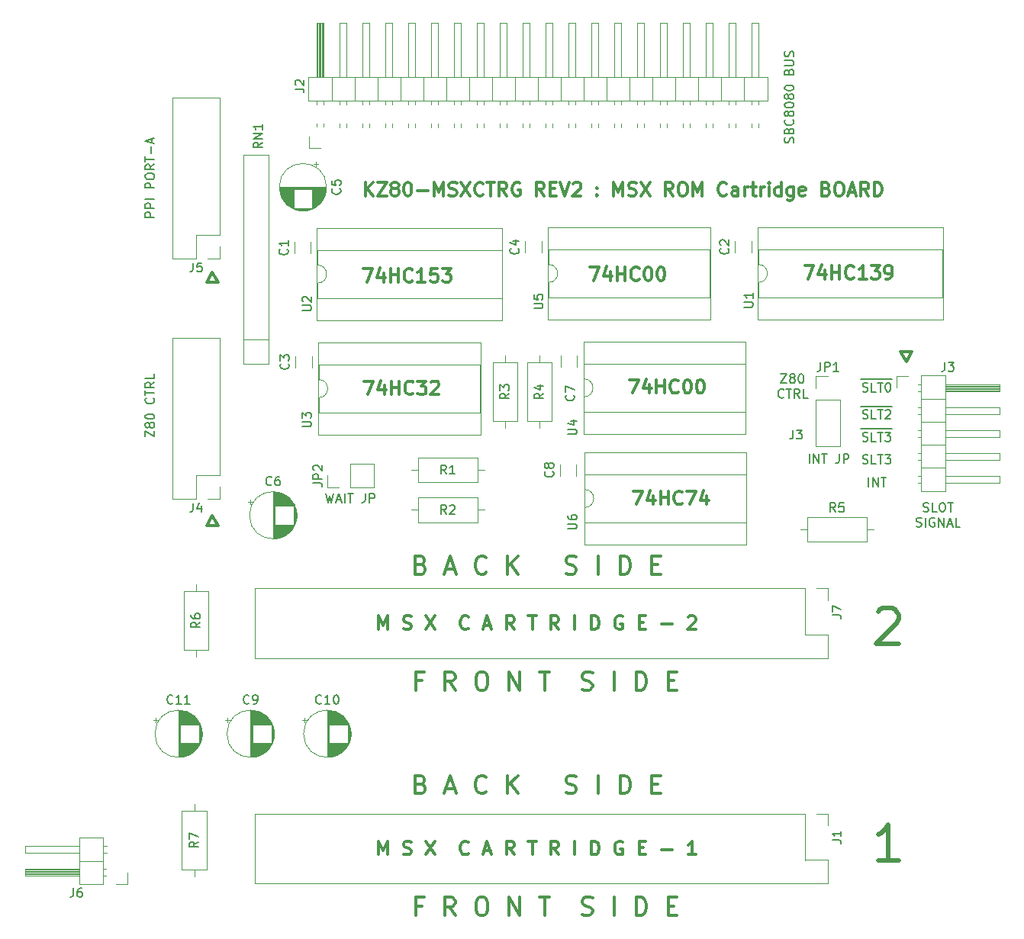
<source format=gto>
G04 #@! TF.GenerationSoftware,KiCad,Pcbnew,(5.1.4-0-10_14)*
G04 #@! TF.CreationDate,2021-02-18T19:41:58+09:00*
G04 #@! TF.ProjectId,KZ80-MSXCTRG,4b5a3830-2d4d-4535-9843-5452472e6b69,rev?*
G04 #@! TF.SameCoordinates,Original*
G04 #@! TF.FileFunction,Legend,Top*
G04 #@! TF.FilePolarity,Positive*
%FSLAX46Y46*%
G04 Gerber Fmt 4.6, Leading zero omitted, Abs format (unit mm)*
G04 Created by KiCad (PCBNEW (5.1.4-0-10_14)) date 2021-02-18 19:41:58*
%MOMM*%
%LPD*%
G04 APERTURE LIST*
%ADD10C,0.500000*%
%ADD11C,0.300000*%
%ADD12C,0.150000*%
%ADD13C,0.200000*%
%ADD14C,0.120000*%
G04 APERTURE END LIST*
D10*
X205357142Y-142690476D02*
X205547619Y-142500000D01*
X205928571Y-142309523D01*
X206880952Y-142309523D01*
X207261904Y-142500000D01*
X207452380Y-142690476D01*
X207642857Y-143071428D01*
X207642857Y-143452380D01*
X207452380Y-144023809D01*
X205166666Y-146309523D01*
X207642857Y-146309523D01*
X207642857Y-170309523D02*
X205357142Y-170309523D01*
X206500000Y-170309523D02*
X206500000Y-166309523D01*
X206119047Y-166880952D01*
X205738095Y-167261904D01*
X205357142Y-167452380D01*
D11*
X154665238Y-161857142D02*
X154950952Y-161952380D01*
X155046190Y-162047619D01*
X155141428Y-162238095D01*
X155141428Y-162523809D01*
X155046190Y-162714285D01*
X154950952Y-162809523D01*
X154760476Y-162904761D01*
X153998571Y-162904761D01*
X153998571Y-160904761D01*
X154665238Y-160904761D01*
X154855714Y-161000000D01*
X154950952Y-161095238D01*
X155046190Y-161285714D01*
X155046190Y-161476190D01*
X154950952Y-161666666D01*
X154855714Y-161761904D01*
X154665238Y-161857142D01*
X153998571Y-161857142D01*
X157427142Y-162333333D02*
X158379523Y-162333333D01*
X157236666Y-162904761D02*
X157903333Y-160904761D01*
X158570000Y-162904761D01*
X161903333Y-162714285D02*
X161808095Y-162809523D01*
X161522380Y-162904761D01*
X161331904Y-162904761D01*
X161046190Y-162809523D01*
X160855714Y-162619047D01*
X160760476Y-162428571D01*
X160665238Y-162047619D01*
X160665238Y-161761904D01*
X160760476Y-161380952D01*
X160855714Y-161190476D01*
X161046190Y-161000000D01*
X161331904Y-160904761D01*
X161522380Y-160904761D01*
X161808095Y-161000000D01*
X161903333Y-161095238D01*
X164284285Y-162904761D02*
X164284285Y-160904761D01*
X165427142Y-162904761D02*
X164570000Y-161761904D01*
X165427142Y-160904761D02*
X164284285Y-162047619D01*
X170760476Y-162809523D02*
X171046190Y-162904761D01*
X171522380Y-162904761D01*
X171712857Y-162809523D01*
X171808095Y-162714285D01*
X171903333Y-162523809D01*
X171903333Y-162333333D01*
X171808095Y-162142857D01*
X171712857Y-162047619D01*
X171522380Y-161952380D01*
X171141428Y-161857142D01*
X170950952Y-161761904D01*
X170855714Y-161666666D01*
X170760476Y-161476190D01*
X170760476Y-161285714D01*
X170855714Y-161095238D01*
X170950952Y-161000000D01*
X171141428Y-160904761D01*
X171617619Y-160904761D01*
X171903333Y-161000000D01*
X174284285Y-162904761D02*
X174284285Y-160904761D01*
X176760476Y-162904761D02*
X176760476Y-160904761D01*
X177236666Y-160904761D01*
X177522380Y-161000000D01*
X177712857Y-161190476D01*
X177808095Y-161380952D01*
X177903333Y-161761904D01*
X177903333Y-162047619D01*
X177808095Y-162428571D01*
X177712857Y-162619047D01*
X177522380Y-162809523D01*
X177236666Y-162904761D01*
X176760476Y-162904761D01*
X180284285Y-161857142D02*
X180950952Y-161857142D01*
X181236666Y-162904761D02*
X180284285Y-162904761D01*
X180284285Y-160904761D01*
X181236666Y-160904761D01*
X149928571Y-144678571D02*
X149928571Y-143178571D01*
X150428571Y-144250000D01*
X150928571Y-143178571D01*
X150928571Y-144678571D01*
X152714285Y-144607142D02*
X152928571Y-144678571D01*
X153285714Y-144678571D01*
X153428571Y-144607142D01*
X153500000Y-144535714D01*
X153571428Y-144392857D01*
X153571428Y-144250000D01*
X153500000Y-144107142D01*
X153428571Y-144035714D01*
X153285714Y-143964285D01*
X153000000Y-143892857D01*
X152857142Y-143821428D01*
X152785714Y-143750000D01*
X152714285Y-143607142D01*
X152714285Y-143464285D01*
X152785714Y-143321428D01*
X152857142Y-143250000D01*
X153000000Y-143178571D01*
X153357142Y-143178571D01*
X153571428Y-143250000D01*
X155214285Y-143178571D02*
X156214285Y-144678571D01*
X156214285Y-143178571D02*
X155214285Y-144678571D01*
X159928571Y-144535714D02*
X159857142Y-144607142D01*
X159642857Y-144678571D01*
X159500000Y-144678571D01*
X159285714Y-144607142D01*
X159142857Y-144464285D01*
X159071428Y-144321428D01*
X159000000Y-144035714D01*
X159000000Y-143821428D01*
X159071428Y-143535714D01*
X159142857Y-143392857D01*
X159285714Y-143250000D01*
X159500000Y-143178571D01*
X159642857Y-143178571D01*
X159857142Y-143250000D01*
X159928571Y-143321428D01*
X161642857Y-144250000D02*
X162357142Y-144250000D01*
X161500000Y-144678571D02*
X162000000Y-143178571D01*
X162500000Y-144678571D01*
X165000000Y-144678571D02*
X164500000Y-143964285D01*
X164142857Y-144678571D02*
X164142857Y-143178571D01*
X164714285Y-143178571D01*
X164857142Y-143250000D01*
X164928571Y-143321428D01*
X165000000Y-143464285D01*
X165000000Y-143678571D01*
X164928571Y-143821428D01*
X164857142Y-143892857D01*
X164714285Y-143964285D01*
X164142857Y-143964285D01*
X166571428Y-143178571D02*
X167428571Y-143178571D01*
X167000000Y-144678571D02*
X167000000Y-143178571D01*
X169928571Y-144678571D02*
X169428571Y-143964285D01*
X169071428Y-144678571D02*
X169071428Y-143178571D01*
X169642857Y-143178571D01*
X169785714Y-143250000D01*
X169857142Y-143321428D01*
X169928571Y-143464285D01*
X169928571Y-143678571D01*
X169857142Y-143821428D01*
X169785714Y-143892857D01*
X169642857Y-143964285D01*
X169071428Y-143964285D01*
X171714285Y-144678571D02*
X171714285Y-143178571D01*
X173571428Y-144678571D02*
X173571428Y-143178571D01*
X173928571Y-143178571D01*
X174142857Y-143250000D01*
X174285714Y-143392857D01*
X174357142Y-143535714D01*
X174428571Y-143821428D01*
X174428571Y-144035714D01*
X174357142Y-144321428D01*
X174285714Y-144464285D01*
X174142857Y-144607142D01*
X173928571Y-144678571D01*
X173571428Y-144678571D01*
X177000000Y-143250000D02*
X176857142Y-143178571D01*
X176642857Y-143178571D01*
X176428571Y-143250000D01*
X176285714Y-143392857D01*
X176214285Y-143535714D01*
X176142857Y-143821428D01*
X176142857Y-144035714D01*
X176214285Y-144321428D01*
X176285714Y-144464285D01*
X176428571Y-144607142D01*
X176642857Y-144678571D01*
X176785714Y-144678571D01*
X177000000Y-144607142D01*
X177071428Y-144535714D01*
X177071428Y-144035714D01*
X176785714Y-144035714D01*
X178857142Y-143892857D02*
X179357142Y-143892857D01*
X179571428Y-144678571D02*
X178857142Y-144678571D01*
X178857142Y-143178571D01*
X179571428Y-143178571D01*
X181357142Y-144107142D02*
X182500000Y-144107142D01*
X184285714Y-143321428D02*
X184357142Y-143250000D01*
X184500000Y-143178571D01*
X184857142Y-143178571D01*
X185000000Y-143250000D01*
X185071428Y-143321428D01*
X185142857Y-143464285D01*
X185142857Y-143607142D01*
X185071428Y-143821428D01*
X184214285Y-144678571D01*
X185142857Y-144678571D01*
X154738095Y-175357142D02*
X154071428Y-175357142D01*
X154071428Y-176404761D02*
X154071428Y-174404761D01*
X155023809Y-174404761D01*
X158452380Y-176404761D02*
X157785714Y-175452380D01*
X157309523Y-176404761D02*
X157309523Y-174404761D01*
X158071428Y-174404761D01*
X158261904Y-174500000D01*
X158357142Y-174595238D01*
X158452380Y-174785714D01*
X158452380Y-175071428D01*
X158357142Y-175261904D01*
X158261904Y-175357142D01*
X158071428Y-175452380D01*
X157309523Y-175452380D01*
X161214285Y-174404761D02*
X161595238Y-174404761D01*
X161785714Y-174500000D01*
X161976190Y-174690476D01*
X162071428Y-175071428D01*
X162071428Y-175738095D01*
X161976190Y-176119047D01*
X161785714Y-176309523D01*
X161595238Y-176404761D01*
X161214285Y-176404761D01*
X161023809Y-176309523D01*
X160833333Y-176119047D01*
X160738095Y-175738095D01*
X160738095Y-175071428D01*
X160833333Y-174690476D01*
X161023809Y-174500000D01*
X161214285Y-174404761D01*
X164452380Y-176404761D02*
X164452380Y-174404761D01*
X165595238Y-176404761D01*
X165595238Y-174404761D01*
X167785714Y-174404761D02*
X168928571Y-174404761D01*
X168357142Y-176404761D02*
X168357142Y-174404761D01*
X172547619Y-176309523D02*
X172833333Y-176404761D01*
X173309523Y-176404761D01*
X173500000Y-176309523D01*
X173595238Y-176214285D01*
X173690476Y-176023809D01*
X173690476Y-175833333D01*
X173595238Y-175642857D01*
X173500000Y-175547619D01*
X173309523Y-175452380D01*
X172928571Y-175357142D01*
X172738095Y-175261904D01*
X172642857Y-175166666D01*
X172547619Y-174976190D01*
X172547619Y-174785714D01*
X172642857Y-174595238D01*
X172738095Y-174500000D01*
X172928571Y-174404761D01*
X173404761Y-174404761D01*
X173690476Y-174500000D01*
X176071428Y-176404761D02*
X176071428Y-174404761D01*
X178547619Y-176404761D02*
X178547619Y-174404761D01*
X179023809Y-174404761D01*
X179309523Y-174500000D01*
X179500000Y-174690476D01*
X179595238Y-174880952D01*
X179690476Y-175261904D01*
X179690476Y-175547619D01*
X179595238Y-175928571D01*
X179500000Y-176119047D01*
X179309523Y-176309523D01*
X179023809Y-176404761D01*
X178547619Y-176404761D01*
X182071428Y-175357142D02*
X182738095Y-175357142D01*
X183023809Y-176404761D02*
X182071428Y-176404761D01*
X182071428Y-174404761D01*
X183023809Y-174404761D01*
X178226428Y-129318571D02*
X179226428Y-129318571D01*
X178583571Y-130818571D01*
X180440714Y-129818571D02*
X180440714Y-130818571D01*
X180083571Y-129247142D02*
X179726428Y-130318571D01*
X180655000Y-130318571D01*
X181226428Y-130818571D02*
X181226428Y-129318571D01*
X181226428Y-130032857D02*
X182083571Y-130032857D01*
X182083571Y-130818571D02*
X182083571Y-129318571D01*
X183655000Y-130675714D02*
X183583571Y-130747142D01*
X183369285Y-130818571D01*
X183226428Y-130818571D01*
X183012142Y-130747142D01*
X182869285Y-130604285D01*
X182797857Y-130461428D01*
X182726428Y-130175714D01*
X182726428Y-129961428D01*
X182797857Y-129675714D01*
X182869285Y-129532857D01*
X183012142Y-129390000D01*
X183226428Y-129318571D01*
X183369285Y-129318571D01*
X183583571Y-129390000D01*
X183655000Y-129461428D01*
X184155000Y-129318571D02*
X185155000Y-129318571D01*
X184512142Y-130818571D01*
X186369285Y-129818571D02*
X186369285Y-130818571D01*
X186012142Y-129247142D02*
X185655000Y-130318571D01*
X186583571Y-130318571D01*
D12*
X144106904Y-129592380D02*
X144345000Y-130592380D01*
X144535476Y-129878095D01*
X144725952Y-130592380D01*
X144964047Y-129592380D01*
X145297380Y-130306666D02*
X145773571Y-130306666D01*
X145202142Y-130592380D02*
X145535476Y-129592380D01*
X145868809Y-130592380D01*
X146202142Y-130592380D02*
X146202142Y-129592380D01*
X146535476Y-129592380D02*
X147106904Y-129592380D01*
X146821190Y-130592380D02*
X146821190Y-129592380D01*
X148487857Y-129592380D02*
X148487857Y-130306666D01*
X148440238Y-130449523D01*
X148345000Y-130544761D01*
X148202142Y-130592380D01*
X148106904Y-130592380D01*
X148964047Y-130592380D02*
X148964047Y-129592380D01*
X149345000Y-129592380D01*
X149440238Y-129640000D01*
X149487857Y-129687619D01*
X149535476Y-129782857D01*
X149535476Y-129925714D01*
X149487857Y-130020952D01*
X149440238Y-130068571D01*
X149345000Y-130116190D01*
X148964047Y-130116190D01*
D11*
X208500000Y-114964285D02*
X207857142Y-113821428D01*
X209142857Y-113821428D01*
X208500000Y-114964285D01*
X131500000Y-105035714D02*
X132142857Y-106178571D01*
X130857142Y-106178571D01*
X131500000Y-105035714D01*
X131500000Y-132035714D02*
X132142857Y-133178571D01*
X130857142Y-133178571D01*
X131500000Y-132035714D01*
X149928571Y-169678571D02*
X149928571Y-168178571D01*
X150428571Y-169250000D01*
X150928571Y-168178571D01*
X150928571Y-169678571D01*
X152714285Y-169607142D02*
X152928571Y-169678571D01*
X153285714Y-169678571D01*
X153428571Y-169607142D01*
X153500000Y-169535714D01*
X153571428Y-169392857D01*
X153571428Y-169250000D01*
X153500000Y-169107142D01*
X153428571Y-169035714D01*
X153285714Y-168964285D01*
X153000000Y-168892857D01*
X152857142Y-168821428D01*
X152785714Y-168750000D01*
X152714285Y-168607142D01*
X152714285Y-168464285D01*
X152785714Y-168321428D01*
X152857142Y-168250000D01*
X153000000Y-168178571D01*
X153357142Y-168178571D01*
X153571428Y-168250000D01*
X155214285Y-168178571D02*
X156214285Y-169678571D01*
X156214285Y-168178571D02*
X155214285Y-169678571D01*
X159928571Y-169535714D02*
X159857142Y-169607142D01*
X159642857Y-169678571D01*
X159500000Y-169678571D01*
X159285714Y-169607142D01*
X159142857Y-169464285D01*
X159071428Y-169321428D01*
X159000000Y-169035714D01*
X159000000Y-168821428D01*
X159071428Y-168535714D01*
X159142857Y-168392857D01*
X159285714Y-168250000D01*
X159500000Y-168178571D01*
X159642857Y-168178571D01*
X159857142Y-168250000D01*
X159928571Y-168321428D01*
X161642857Y-169250000D02*
X162357142Y-169250000D01*
X161500000Y-169678571D02*
X162000000Y-168178571D01*
X162500000Y-169678571D01*
X165000000Y-169678571D02*
X164500000Y-168964285D01*
X164142857Y-169678571D02*
X164142857Y-168178571D01*
X164714285Y-168178571D01*
X164857142Y-168250000D01*
X164928571Y-168321428D01*
X165000000Y-168464285D01*
X165000000Y-168678571D01*
X164928571Y-168821428D01*
X164857142Y-168892857D01*
X164714285Y-168964285D01*
X164142857Y-168964285D01*
X166571428Y-168178571D02*
X167428571Y-168178571D01*
X167000000Y-169678571D02*
X167000000Y-168178571D01*
X169928571Y-169678571D02*
X169428571Y-168964285D01*
X169071428Y-169678571D02*
X169071428Y-168178571D01*
X169642857Y-168178571D01*
X169785714Y-168250000D01*
X169857142Y-168321428D01*
X169928571Y-168464285D01*
X169928571Y-168678571D01*
X169857142Y-168821428D01*
X169785714Y-168892857D01*
X169642857Y-168964285D01*
X169071428Y-168964285D01*
X171714285Y-169678571D02*
X171714285Y-168178571D01*
X173571428Y-169678571D02*
X173571428Y-168178571D01*
X173928571Y-168178571D01*
X174142857Y-168250000D01*
X174285714Y-168392857D01*
X174357142Y-168535714D01*
X174428571Y-168821428D01*
X174428571Y-169035714D01*
X174357142Y-169321428D01*
X174285714Y-169464285D01*
X174142857Y-169607142D01*
X173928571Y-169678571D01*
X173571428Y-169678571D01*
X177000000Y-168250000D02*
X176857142Y-168178571D01*
X176642857Y-168178571D01*
X176428571Y-168250000D01*
X176285714Y-168392857D01*
X176214285Y-168535714D01*
X176142857Y-168821428D01*
X176142857Y-169035714D01*
X176214285Y-169321428D01*
X176285714Y-169464285D01*
X176428571Y-169607142D01*
X176642857Y-169678571D01*
X176785714Y-169678571D01*
X177000000Y-169607142D01*
X177071428Y-169535714D01*
X177071428Y-169035714D01*
X176785714Y-169035714D01*
X178857142Y-168892857D02*
X179357142Y-168892857D01*
X179571428Y-169678571D02*
X178857142Y-169678571D01*
X178857142Y-168178571D01*
X179571428Y-168178571D01*
X181357142Y-169107142D02*
X182500000Y-169107142D01*
X185142857Y-169678571D02*
X184285714Y-169678571D01*
X184714285Y-169678571D02*
X184714285Y-168178571D01*
X184571428Y-168392857D01*
X184428571Y-168535714D01*
X184285714Y-168607142D01*
D12*
X210404761Y-131579761D02*
X210547619Y-131627380D01*
X210785714Y-131627380D01*
X210880952Y-131579761D01*
X210928571Y-131532142D01*
X210976190Y-131436904D01*
X210976190Y-131341666D01*
X210928571Y-131246428D01*
X210880952Y-131198809D01*
X210785714Y-131151190D01*
X210595238Y-131103571D01*
X210500000Y-131055952D01*
X210452380Y-131008333D01*
X210404761Y-130913095D01*
X210404761Y-130817857D01*
X210452380Y-130722619D01*
X210500000Y-130675000D01*
X210595238Y-130627380D01*
X210833333Y-130627380D01*
X210976190Y-130675000D01*
X211880952Y-131627380D02*
X211404761Y-131627380D01*
X211404761Y-130627380D01*
X212404761Y-130627380D02*
X212595238Y-130627380D01*
X212690476Y-130675000D01*
X212785714Y-130770238D01*
X212833333Y-130960714D01*
X212833333Y-131294047D01*
X212785714Y-131484523D01*
X212690476Y-131579761D01*
X212595238Y-131627380D01*
X212404761Y-131627380D01*
X212309523Y-131579761D01*
X212214285Y-131484523D01*
X212166666Y-131294047D01*
X212166666Y-130960714D01*
X212214285Y-130770238D01*
X212309523Y-130675000D01*
X212404761Y-130627380D01*
X213119047Y-130627380D02*
X213690476Y-130627380D01*
X213404761Y-131627380D02*
X213404761Y-130627380D01*
X209619047Y-133229761D02*
X209761904Y-133277380D01*
X210000000Y-133277380D01*
X210095238Y-133229761D01*
X210142857Y-133182142D01*
X210190476Y-133086904D01*
X210190476Y-132991666D01*
X210142857Y-132896428D01*
X210095238Y-132848809D01*
X210000000Y-132801190D01*
X209809523Y-132753571D01*
X209714285Y-132705952D01*
X209666666Y-132658333D01*
X209619047Y-132563095D01*
X209619047Y-132467857D01*
X209666666Y-132372619D01*
X209714285Y-132325000D01*
X209809523Y-132277380D01*
X210047619Y-132277380D01*
X210190476Y-132325000D01*
X210619047Y-133277380D02*
X210619047Y-132277380D01*
X211619047Y-132325000D02*
X211523809Y-132277380D01*
X211380952Y-132277380D01*
X211238095Y-132325000D01*
X211142857Y-132420238D01*
X211095238Y-132515476D01*
X211047619Y-132705952D01*
X211047619Y-132848809D01*
X211095238Y-133039285D01*
X211142857Y-133134523D01*
X211238095Y-133229761D01*
X211380952Y-133277380D01*
X211476190Y-133277380D01*
X211619047Y-133229761D01*
X211666666Y-133182142D01*
X211666666Y-132848809D01*
X211476190Y-132848809D01*
X212095238Y-133277380D02*
X212095238Y-132277380D01*
X212666666Y-133277380D01*
X212666666Y-132277380D01*
X213095238Y-132991666D02*
X213571428Y-132991666D01*
X213000000Y-133277380D02*
X213333333Y-132277380D01*
X213666666Y-133277380D01*
X214476190Y-133277380D02*
X214000000Y-133277380D01*
X214000000Y-132277380D01*
D11*
X154665238Y-137487142D02*
X154950952Y-137582380D01*
X155046190Y-137677619D01*
X155141428Y-137868095D01*
X155141428Y-138153809D01*
X155046190Y-138344285D01*
X154950952Y-138439523D01*
X154760476Y-138534761D01*
X153998571Y-138534761D01*
X153998571Y-136534761D01*
X154665238Y-136534761D01*
X154855714Y-136630000D01*
X154950952Y-136725238D01*
X155046190Y-136915714D01*
X155046190Y-137106190D01*
X154950952Y-137296666D01*
X154855714Y-137391904D01*
X154665238Y-137487142D01*
X153998571Y-137487142D01*
X157427142Y-137963333D02*
X158379523Y-137963333D01*
X157236666Y-138534761D02*
X157903333Y-136534761D01*
X158570000Y-138534761D01*
X161903333Y-138344285D02*
X161808095Y-138439523D01*
X161522380Y-138534761D01*
X161331904Y-138534761D01*
X161046190Y-138439523D01*
X160855714Y-138249047D01*
X160760476Y-138058571D01*
X160665238Y-137677619D01*
X160665238Y-137391904D01*
X160760476Y-137010952D01*
X160855714Y-136820476D01*
X161046190Y-136630000D01*
X161331904Y-136534761D01*
X161522380Y-136534761D01*
X161808095Y-136630000D01*
X161903333Y-136725238D01*
X164284285Y-138534761D02*
X164284285Y-136534761D01*
X165427142Y-138534761D02*
X164570000Y-137391904D01*
X165427142Y-136534761D02*
X164284285Y-137677619D01*
X170760476Y-138439523D02*
X171046190Y-138534761D01*
X171522380Y-138534761D01*
X171712857Y-138439523D01*
X171808095Y-138344285D01*
X171903333Y-138153809D01*
X171903333Y-137963333D01*
X171808095Y-137772857D01*
X171712857Y-137677619D01*
X171522380Y-137582380D01*
X171141428Y-137487142D01*
X170950952Y-137391904D01*
X170855714Y-137296666D01*
X170760476Y-137106190D01*
X170760476Y-136915714D01*
X170855714Y-136725238D01*
X170950952Y-136630000D01*
X171141428Y-136534761D01*
X171617619Y-136534761D01*
X171903333Y-136630000D01*
X174284285Y-138534761D02*
X174284285Y-136534761D01*
X176760476Y-138534761D02*
X176760476Y-136534761D01*
X177236666Y-136534761D01*
X177522380Y-136630000D01*
X177712857Y-136820476D01*
X177808095Y-137010952D01*
X177903333Y-137391904D01*
X177903333Y-137677619D01*
X177808095Y-138058571D01*
X177712857Y-138249047D01*
X177522380Y-138439523D01*
X177236666Y-138534761D01*
X176760476Y-138534761D01*
X180284285Y-137487142D02*
X180950952Y-137487142D01*
X181236666Y-138534761D02*
X180284285Y-138534761D01*
X180284285Y-136534761D01*
X181236666Y-136534761D01*
D12*
X195964761Y-90661428D02*
X196012380Y-90518571D01*
X196012380Y-90280476D01*
X195964761Y-90185238D01*
X195917142Y-90137619D01*
X195821904Y-90090000D01*
X195726666Y-90090000D01*
X195631428Y-90137619D01*
X195583809Y-90185238D01*
X195536190Y-90280476D01*
X195488571Y-90470952D01*
X195440952Y-90566190D01*
X195393333Y-90613809D01*
X195298095Y-90661428D01*
X195202857Y-90661428D01*
X195107619Y-90613809D01*
X195060000Y-90566190D01*
X195012380Y-90470952D01*
X195012380Y-90232857D01*
X195060000Y-90090000D01*
X195488571Y-89328095D02*
X195536190Y-89185238D01*
X195583809Y-89137619D01*
X195679047Y-89090000D01*
X195821904Y-89090000D01*
X195917142Y-89137619D01*
X195964761Y-89185238D01*
X196012380Y-89280476D01*
X196012380Y-89661428D01*
X195012380Y-89661428D01*
X195012380Y-89328095D01*
X195060000Y-89232857D01*
X195107619Y-89185238D01*
X195202857Y-89137619D01*
X195298095Y-89137619D01*
X195393333Y-89185238D01*
X195440952Y-89232857D01*
X195488571Y-89328095D01*
X195488571Y-89661428D01*
X195917142Y-88090000D02*
X195964761Y-88137619D01*
X196012380Y-88280476D01*
X196012380Y-88375714D01*
X195964761Y-88518571D01*
X195869523Y-88613809D01*
X195774285Y-88661428D01*
X195583809Y-88709047D01*
X195440952Y-88709047D01*
X195250476Y-88661428D01*
X195155238Y-88613809D01*
X195060000Y-88518571D01*
X195012380Y-88375714D01*
X195012380Y-88280476D01*
X195060000Y-88137619D01*
X195107619Y-88090000D01*
X195440952Y-87518571D02*
X195393333Y-87613809D01*
X195345714Y-87661428D01*
X195250476Y-87709047D01*
X195202857Y-87709047D01*
X195107619Y-87661428D01*
X195060000Y-87613809D01*
X195012380Y-87518571D01*
X195012380Y-87328095D01*
X195060000Y-87232857D01*
X195107619Y-87185238D01*
X195202857Y-87137619D01*
X195250476Y-87137619D01*
X195345714Y-87185238D01*
X195393333Y-87232857D01*
X195440952Y-87328095D01*
X195440952Y-87518571D01*
X195488571Y-87613809D01*
X195536190Y-87661428D01*
X195631428Y-87709047D01*
X195821904Y-87709047D01*
X195917142Y-87661428D01*
X195964761Y-87613809D01*
X196012380Y-87518571D01*
X196012380Y-87328095D01*
X195964761Y-87232857D01*
X195917142Y-87185238D01*
X195821904Y-87137619D01*
X195631428Y-87137619D01*
X195536190Y-87185238D01*
X195488571Y-87232857D01*
X195440952Y-87328095D01*
X195012380Y-86518571D02*
X195012380Y-86423333D01*
X195060000Y-86328095D01*
X195107619Y-86280476D01*
X195202857Y-86232857D01*
X195393333Y-86185238D01*
X195631428Y-86185238D01*
X195821904Y-86232857D01*
X195917142Y-86280476D01*
X195964761Y-86328095D01*
X196012380Y-86423333D01*
X196012380Y-86518571D01*
X195964761Y-86613809D01*
X195917142Y-86661428D01*
X195821904Y-86709047D01*
X195631428Y-86756666D01*
X195393333Y-86756666D01*
X195202857Y-86709047D01*
X195107619Y-86661428D01*
X195060000Y-86613809D01*
X195012380Y-86518571D01*
X195440952Y-85613809D02*
X195393333Y-85709047D01*
X195345714Y-85756666D01*
X195250476Y-85804285D01*
X195202857Y-85804285D01*
X195107619Y-85756666D01*
X195060000Y-85709047D01*
X195012380Y-85613809D01*
X195012380Y-85423333D01*
X195060000Y-85328095D01*
X195107619Y-85280476D01*
X195202857Y-85232857D01*
X195250476Y-85232857D01*
X195345714Y-85280476D01*
X195393333Y-85328095D01*
X195440952Y-85423333D01*
X195440952Y-85613809D01*
X195488571Y-85709047D01*
X195536190Y-85756666D01*
X195631428Y-85804285D01*
X195821904Y-85804285D01*
X195917142Y-85756666D01*
X195964761Y-85709047D01*
X196012380Y-85613809D01*
X196012380Y-85423333D01*
X195964761Y-85328095D01*
X195917142Y-85280476D01*
X195821904Y-85232857D01*
X195631428Y-85232857D01*
X195536190Y-85280476D01*
X195488571Y-85328095D01*
X195440952Y-85423333D01*
X195012380Y-84613809D02*
X195012380Y-84518571D01*
X195060000Y-84423333D01*
X195107619Y-84375714D01*
X195202857Y-84328095D01*
X195393333Y-84280476D01*
X195631428Y-84280476D01*
X195821904Y-84328095D01*
X195917142Y-84375714D01*
X195964761Y-84423333D01*
X196012380Y-84518571D01*
X196012380Y-84613809D01*
X195964761Y-84709047D01*
X195917142Y-84756666D01*
X195821904Y-84804285D01*
X195631428Y-84851904D01*
X195393333Y-84851904D01*
X195202857Y-84804285D01*
X195107619Y-84756666D01*
X195060000Y-84709047D01*
X195012380Y-84613809D01*
X195488571Y-82756666D02*
X195536190Y-82613809D01*
X195583809Y-82566190D01*
X195679047Y-82518571D01*
X195821904Y-82518571D01*
X195917142Y-82566190D01*
X195964761Y-82613809D01*
X196012380Y-82709047D01*
X196012380Y-83090000D01*
X195012380Y-83090000D01*
X195012380Y-82756666D01*
X195060000Y-82661428D01*
X195107619Y-82613809D01*
X195202857Y-82566190D01*
X195298095Y-82566190D01*
X195393333Y-82613809D01*
X195440952Y-82661428D01*
X195488571Y-82756666D01*
X195488571Y-83090000D01*
X195012380Y-82090000D02*
X195821904Y-82090000D01*
X195917142Y-82042380D01*
X195964761Y-81994761D01*
X196012380Y-81899523D01*
X196012380Y-81709047D01*
X195964761Y-81613809D01*
X195917142Y-81566190D01*
X195821904Y-81518571D01*
X195012380Y-81518571D01*
X195964761Y-81090000D02*
X196012380Y-80947142D01*
X196012380Y-80709047D01*
X195964761Y-80613809D01*
X195917142Y-80566190D01*
X195821904Y-80518571D01*
X195726666Y-80518571D01*
X195631428Y-80566190D01*
X195583809Y-80613809D01*
X195536190Y-80709047D01*
X195488571Y-80899523D01*
X195440952Y-80994761D01*
X195393333Y-81042380D01*
X195298095Y-81090000D01*
X195202857Y-81090000D01*
X195107619Y-81042380D01*
X195060000Y-80994761D01*
X195012380Y-80899523D01*
X195012380Y-80661428D01*
X195060000Y-80518571D01*
X197743333Y-126222380D02*
X197743333Y-125222380D01*
X198219523Y-126222380D02*
X198219523Y-125222380D01*
X198790952Y-126222380D01*
X198790952Y-125222380D01*
X199124285Y-125222380D02*
X199695714Y-125222380D01*
X199410000Y-126222380D02*
X199410000Y-125222380D01*
X201076666Y-125222380D02*
X201076666Y-125936666D01*
X201029047Y-126079523D01*
X200933809Y-126174761D01*
X200790952Y-126222380D01*
X200695714Y-126222380D01*
X201552857Y-126222380D02*
X201552857Y-125222380D01*
X201933809Y-125222380D01*
X202029047Y-125270000D01*
X202076666Y-125317619D01*
X202124285Y-125412857D01*
X202124285Y-125555714D01*
X202076666Y-125650952D01*
X202029047Y-125698571D01*
X201933809Y-125746190D01*
X201552857Y-125746190D01*
X194594285Y-116327380D02*
X195260952Y-116327380D01*
X194594285Y-117327380D01*
X195260952Y-117327380D01*
X195784761Y-116755952D02*
X195689523Y-116708333D01*
X195641904Y-116660714D01*
X195594285Y-116565476D01*
X195594285Y-116517857D01*
X195641904Y-116422619D01*
X195689523Y-116375000D01*
X195784761Y-116327380D01*
X195975238Y-116327380D01*
X196070476Y-116375000D01*
X196118095Y-116422619D01*
X196165714Y-116517857D01*
X196165714Y-116565476D01*
X196118095Y-116660714D01*
X196070476Y-116708333D01*
X195975238Y-116755952D01*
X195784761Y-116755952D01*
X195689523Y-116803571D01*
X195641904Y-116851190D01*
X195594285Y-116946428D01*
X195594285Y-117136904D01*
X195641904Y-117232142D01*
X195689523Y-117279761D01*
X195784761Y-117327380D01*
X195975238Y-117327380D01*
X196070476Y-117279761D01*
X196118095Y-117232142D01*
X196165714Y-117136904D01*
X196165714Y-116946428D01*
X196118095Y-116851190D01*
X196070476Y-116803571D01*
X195975238Y-116755952D01*
X196784761Y-116327380D02*
X196880000Y-116327380D01*
X196975238Y-116375000D01*
X197022857Y-116422619D01*
X197070476Y-116517857D01*
X197118095Y-116708333D01*
X197118095Y-116946428D01*
X197070476Y-117136904D01*
X197022857Y-117232142D01*
X196975238Y-117279761D01*
X196880000Y-117327380D01*
X196784761Y-117327380D01*
X196689523Y-117279761D01*
X196641904Y-117232142D01*
X196594285Y-117136904D01*
X196546666Y-116946428D01*
X196546666Y-116708333D01*
X196594285Y-116517857D01*
X196641904Y-116422619D01*
X196689523Y-116375000D01*
X196784761Y-116327380D01*
X194903809Y-118882142D02*
X194856190Y-118929761D01*
X194713333Y-118977380D01*
X194618095Y-118977380D01*
X194475238Y-118929761D01*
X194380000Y-118834523D01*
X194332380Y-118739285D01*
X194284761Y-118548809D01*
X194284761Y-118405952D01*
X194332380Y-118215476D01*
X194380000Y-118120238D01*
X194475238Y-118025000D01*
X194618095Y-117977380D01*
X194713333Y-117977380D01*
X194856190Y-118025000D01*
X194903809Y-118072619D01*
X195189523Y-117977380D02*
X195760952Y-117977380D01*
X195475238Y-118977380D02*
X195475238Y-117977380D01*
X196665714Y-118977380D02*
X196332380Y-118501190D01*
X196094285Y-118977380D02*
X196094285Y-117977380D01*
X196475238Y-117977380D01*
X196570476Y-118025000D01*
X196618095Y-118072619D01*
X196665714Y-118167857D01*
X196665714Y-118310714D01*
X196618095Y-118405952D01*
X196570476Y-118453571D01*
X196475238Y-118501190D01*
X196094285Y-118501190D01*
X197570476Y-118977380D02*
X197094285Y-118977380D01*
X197094285Y-117977380D01*
X195946666Y-122532380D02*
X195946666Y-123246666D01*
X195899047Y-123389523D01*
X195803809Y-123484761D01*
X195660952Y-123532380D01*
X195565714Y-123532380D01*
X196327619Y-122532380D02*
X196946666Y-122532380D01*
X196613333Y-122913333D01*
X196756190Y-122913333D01*
X196851428Y-122960952D01*
X196899047Y-123008571D01*
X196946666Y-123103809D01*
X196946666Y-123341904D01*
X196899047Y-123437142D01*
X196851428Y-123484761D01*
X196756190Y-123532380D01*
X196470476Y-123532380D01*
X196375238Y-123484761D01*
X196327619Y-123437142D01*
X204315238Y-128792380D02*
X204315238Y-127792380D01*
X204791428Y-128792380D02*
X204791428Y-127792380D01*
X205362857Y-128792380D01*
X205362857Y-127792380D01*
X205696190Y-127792380D02*
X206267619Y-127792380D01*
X205981904Y-128792380D02*
X205981904Y-127792380D01*
X203672380Y-126244761D02*
X203815238Y-126292380D01*
X204053333Y-126292380D01*
X204148571Y-126244761D01*
X204196190Y-126197142D01*
X204243809Y-126101904D01*
X204243809Y-126006666D01*
X204196190Y-125911428D01*
X204148571Y-125863809D01*
X204053333Y-125816190D01*
X203862857Y-125768571D01*
X203767619Y-125720952D01*
X203720000Y-125673333D01*
X203672380Y-125578095D01*
X203672380Y-125482857D01*
X203720000Y-125387619D01*
X203767619Y-125340000D01*
X203862857Y-125292380D01*
X204100952Y-125292380D01*
X204243809Y-125340000D01*
X205148571Y-126292380D02*
X204672380Y-126292380D01*
X204672380Y-125292380D01*
X205339047Y-125292380D02*
X205910476Y-125292380D01*
X205624761Y-126292380D02*
X205624761Y-125292380D01*
X206148571Y-125292380D02*
X206767619Y-125292380D01*
X206434285Y-125673333D01*
X206577142Y-125673333D01*
X206672380Y-125720952D01*
X206720000Y-125768571D01*
X206767619Y-125863809D01*
X206767619Y-126101904D01*
X206720000Y-126197142D01*
X206672380Y-126244761D01*
X206577142Y-126292380D01*
X206291428Y-126292380D01*
X206196190Y-126244761D01*
X206148571Y-126197142D01*
X203481904Y-122425000D02*
X204434285Y-122425000D01*
X203672380Y-123744761D02*
X203815238Y-123792380D01*
X204053333Y-123792380D01*
X204148571Y-123744761D01*
X204196190Y-123697142D01*
X204243809Y-123601904D01*
X204243809Y-123506666D01*
X204196190Y-123411428D01*
X204148571Y-123363809D01*
X204053333Y-123316190D01*
X203862857Y-123268571D01*
X203767619Y-123220952D01*
X203720000Y-123173333D01*
X203672380Y-123078095D01*
X203672380Y-122982857D01*
X203720000Y-122887619D01*
X203767619Y-122840000D01*
X203862857Y-122792380D01*
X204100952Y-122792380D01*
X204243809Y-122840000D01*
X204434285Y-122425000D02*
X205243809Y-122425000D01*
X205148571Y-123792380D02*
X204672380Y-123792380D01*
X204672380Y-122792380D01*
X205243809Y-122425000D02*
X206005714Y-122425000D01*
X205339047Y-122792380D02*
X205910476Y-122792380D01*
X205624761Y-123792380D02*
X205624761Y-122792380D01*
X206005714Y-122425000D02*
X206958095Y-122425000D01*
X206148571Y-122792380D02*
X206767619Y-122792380D01*
X206434285Y-123173333D01*
X206577142Y-123173333D01*
X206672380Y-123220952D01*
X206720000Y-123268571D01*
X206767619Y-123363809D01*
X206767619Y-123601904D01*
X206720000Y-123697142D01*
X206672380Y-123744761D01*
X206577142Y-123792380D01*
X206291428Y-123792380D01*
X206196190Y-123744761D01*
X206148571Y-123697142D01*
X203481904Y-119925000D02*
X204434285Y-119925000D01*
X203672380Y-121244761D02*
X203815238Y-121292380D01*
X204053333Y-121292380D01*
X204148571Y-121244761D01*
X204196190Y-121197142D01*
X204243809Y-121101904D01*
X204243809Y-121006666D01*
X204196190Y-120911428D01*
X204148571Y-120863809D01*
X204053333Y-120816190D01*
X203862857Y-120768571D01*
X203767619Y-120720952D01*
X203720000Y-120673333D01*
X203672380Y-120578095D01*
X203672380Y-120482857D01*
X203720000Y-120387619D01*
X203767619Y-120340000D01*
X203862857Y-120292380D01*
X204100952Y-120292380D01*
X204243809Y-120340000D01*
X204434285Y-119925000D02*
X205243809Y-119925000D01*
X205148571Y-121292380D02*
X204672380Y-121292380D01*
X204672380Y-120292380D01*
X205243809Y-119925000D02*
X206005714Y-119925000D01*
X205339047Y-120292380D02*
X205910476Y-120292380D01*
X205624761Y-121292380D02*
X205624761Y-120292380D01*
X206005714Y-119925000D02*
X206958095Y-119925000D01*
X206196190Y-120387619D02*
X206243809Y-120340000D01*
X206339047Y-120292380D01*
X206577142Y-120292380D01*
X206672380Y-120340000D01*
X206720000Y-120387619D01*
X206767619Y-120482857D01*
X206767619Y-120578095D01*
X206720000Y-120720952D01*
X206148571Y-121292380D01*
X206767619Y-121292380D01*
X203481904Y-116925000D02*
X204434285Y-116925000D01*
X203672380Y-118244761D02*
X203815238Y-118292380D01*
X204053333Y-118292380D01*
X204148571Y-118244761D01*
X204196190Y-118197142D01*
X204243809Y-118101904D01*
X204243809Y-118006666D01*
X204196190Y-117911428D01*
X204148571Y-117863809D01*
X204053333Y-117816190D01*
X203862857Y-117768571D01*
X203767619Y-117720952D01*
X203720000Y-117673333D01*
X203672380Y-117578095D01*
X203672380Y-117482857D01*
X203720000Y-117387619D01*
X203767619Y-117340000D01*
X203862857Y-117292380D01*
X204100952Y-117292380D01*
X204243809Y-117340000D01*
X204434285Y-116925000D02*
X205243809Y-116925000D01*
X205148571Y-118292380D02*
X204672380Y-118292380D01*
X204672380Y-117292380D01*
X205243809Y-116925000D02*
X206005714Y-116925000D01*
X205339047Y-117292380D02*
X205910476Y-117292380D01*
X205624761Y-118292380D02*
X205624761Y-117292380D01*
X206005714Y-116925000D02*
X206958095Y-116925000D01*
X206434285Y-117292380D02*
X206529523Y-117292380D01*
X206624761Y-117340000D01*
X206672380Y-117387619D01*
X206720000Y-117482857D01*
X206767619Y-117673333D01*
X206767619Y-117911428D01*
X206720000Y-118101904D01*
X206672380Y-118197142D01*
X206624761Y-118244761D01*
X206529523Y-118292380D01*
X206434285Y-118292380D01*
X206339047Y-118244761D01*
X206291428Y-118197142D01*
X206243809Y-118101904D01*
X206196190Y-117911428D01*
X206196190Y-117673333D01*
X206243809Y-117482857D01*
X206291428Y-117387619D01*
X206339047Y-117340000D01*
X206434285Y-117292380D01*
D13*
X124072380Y-123282380D02*
X124072380Y-122615714D01*
X125072380Y-123282380D01*
X125072380Y-122615714D01*
X124500952Y-122091904D02*
X124453333Y-122187142D01*
X124405714Y-122234761D01*
X124310476Y-122282380D01*
X124262857Y-122282380D01*
X124167619Y-122234761D01*
X124120000Y-122187142D01*
X124072380Y-122091904D01*
X124072380Y-121901428D01*
X124120000Y-121806190D01*
X124167619Y-121758571D01*
X124262857Y-121710952D01*
X124310476Y-121710952D01*
X124405714Y-121758571D01*
X124453333Y-121806190D01*
X124500952Y-121901428D01*
X124500952Y-122091904D01*
X124548571Y-122187142D01*
X124596190Y-122234761D01*
X124691428Y-122282380D01*
X124881904Y-122282380D01*
X124977142Y-122234761D01*
X125024761Y-122187142D01*
X125072380Y-122091904D01*
X125072380Y-121901428D01*
X125024761Y-121806190D01*
X124977142Y-121758571D01*
X124881904Y-121710952D01*
X124691428Y-121710952D01*
X124596190Y-121758571D01*
X124548571Y-121806190D01*
X124500952Y-121901428D01*
X124072380Y-121091904D02*
X124072380Y-120996666D01*
X124120000Y-120901428D01*
X124167619Y-120853809D01*
X124262857Y-120806190D01*
X124453333Y-120758571D01*
X124691428Y-120758571D01*
X124881904Y-120806190D01*
X124977142Y-120853809D01*
X125024761Y-120901428D01*
X125072380Y-120996666D01*
X125072380Y-121091904D01*
X125024761Y-121187142D01*
X124977142Y-121234761D01*
X124881904Y-121282380D01*
X124691428Y-121330000D01*
X124453333Y-121330000D01*
X124262857Y-121282380D01*
X124167619Y-121234761D01*
X124120000Y-121187142D01*
X124072380Y-121091904D01*
X124977142Y-118996666D02*
X125024761Y-119044285D01*
X125072380Y-119187142D01*
X125072380Y-119282380D01*
X125024761Y-119425238D01*
X124929523Y-119520476D01*
X124834285Y-119568095D01*
X124643809Y-119615714D01*
X124500952Y-119615714D01*
X124310476Y-119568095D01*
X124215238Y-119520476D01*
X124120000Y-119425238D01*
X124072380Y-119282380D01*
X124072380Y-119187142D01*
X124120000Y-119044285D01*
X124167619Y-118996666D01*
X124072380Y-118710952D02*
X124072380Y-118139523D01*
X125072380Y-118425238D02*
X124072380Y-118425238D01*
X125072380Y-117234761D02*
X124596190Y-117568095D01*
X125072380Y-117806190D02*
X124072380Y-117806190D01*
X124072380Y-117425238D01*
X124120000Y-117330000D01*
X124167619Y-117282380D01*
X124262857Y-117234761D01*
X124405714Y-117234761D01*
X124500952Y-117282380D01*
X124548571Y-117330000D01*
X124596190Y-117425238D01*
X124596190Y-117806190D01*
X125072380Y-116330000D02*
X125072380Y-116806190D01*
X124072380Y-116806190D01*
X125072380Y-98913333D02*
X124072380Y-98913333D01*
X124072380Y-98532380D01*
X124120000Y-98437142D01*
X124167619Y-98389523D01*
X124262857Y-98341904D01*
X124405714Y-98341904D01*
X124500952Y-98389523D01*
X124548571Y-98437142D01*
X124596190Y-98532380D01*
X124596190Y-98913333D01*
X125072380Y-97913333D02*
X124072380Y-97913333D01*
X124072380Y-97532380D01*
X124120000Y-97437142D01*
X124167619Y-97389523D01*
X124262857Y-97341904D01*
X124405714Y-97341904D01*
X124500952Y-97389523D01*
X124548571Y-97437142D01*
X124596190Y-97532380D01*
X124596190Y-97913333D01*
X125072380Y-96913333D02*
X124072380Y-96913333D01*
X125072380Y-95675238D02*
X124072380Y-95675238D01*
X124072380Y-95294285D01*
X124120000Y-95199047D01*
X124167619Y-95151428D01*
X124262857Y-95103809D01*
X124405714Y-95103809D01*
X124500952Y-95151428D01*
X124548571Y-95199047D01*
X124596190Y-95294285D01*
X124596190Y-95675238D01*
X124072380Y-94484761D02*
X124072380Y-94294285D01*
X124120000Y-94199047D01*
X124215238Y-94103809D01*
X124405714Y-94056190D01*
X124739047Y-94056190D01*
X124929523Y-94103809D01*
X125024761Y-94199047D01*
X125072380Y-94294285D01*
X125072380Y-94484761D01*
X125024761Y-94580000D01*
X124929523Y-94675238D01*
X124739047Y-94722857D01*
X124405714Y-94722857D01*
X124215238Y-94675238D01*
X124120000Y-94580000D01*
X124072380Y-94484761D01*
X125072380Y-93056190D02*
X124596190Y-93389523D01*
X125072380Y-93627619D02*
X124072380Y-93627619D01*
X124072380Y-93246666D01*
X124120000Y-93151428D01*
X124167619Y-93103809D01*
X124262857Y-93056190D01*
X124405714Y-93056190D01*
X124500952Y-93103809D01*
X124548571Y-93151428D01*
X124596190Y-93246666D01*
X124596190Y-93627619D01*
X124072380Y-92770476D02*
X124072380Y-92199047D01*
X125072380Y-92484761D02*
X124072380Y-92484761D01*
X124691428Y-91865714D02*
X124691428Y-91103809D01*
X124786666Y-90675238D02*
X124786666Y-90199047D01*
X125072380Y-90770476D02*
X124072380Y-90437142D01*
X125072380Y-90103809D01*
D11*
X177791428Y-116948571D02*
X178791428Y-116948571D01*
X178148571Y-118448571D01*
X180005714Y-117448571D02*
X180005714Y-118448571D01*
X179648571Y-116877142D02*
X179291428Y-117948571D01*
X180220000Y-117948571D01*
X180791428Y-118448571D02*
X180791428Y-116948571D01*
X180791428Y-117662857D02*
X181648571Y-117662857D01*
X181648571Y-118448571D02*
X181648571Y-116948571D01*
X183220000Y-118305714D02*
X183148571Y-118377142D01*
X182934285Y-118448571D01*
X182791428Y-118448571D01*
X182577142Y-118377142D01*
X182434285Y-118234285D01*
X182362857Y-118091428D01*
X182291428Y-117805714D01*
X182291428Y-117591428D01*
X182362857Y-117305714D01*
X182434285Y-117162857D01*
X182577142Y-117020000D01*
X182791428Y-116948571D01*
X182934285Y-116948571D01*
X183148571Y-117020000D01*
X183220000Y-117091428D01*
X184148571Y-116948571D02*
X184291428Y-116948571D01*
X184434285Y-117020000D01*
X184505714Y-117091428D01*
X184577142Y-117234285D01*
X184648571Y-117520000D01*
X184648571Y-117877142D01*
X184577142Y-118162857D01*
X184505714Y-118305714D01*
X184434285Y-118377142D01*
X184291428Y-118448571D01*
X184148571Y-118448571D01*
X184005714Y-118377142D01*
X183934285Y-118305714D01*
X183862857Y-118162857D01*
X183791428Y-117877142D01*
X183791428Y-117520000D01*
X183862857Y-117234285D01*
X183934285Y-117091428D01*
X184005714Y-117020000D01*
X184148571Y-116948571D01*
X185577142Y-116948571D02*
X185720000Y-116948571D01*
X185862857Y-117020000D01*
X185934285Y-117091428D01*
X186005714Y-117234285D01*
X186077142Y-117520000D01*
X186077142Y-117877142D01*
X186005714Y-118162857D01*
X185934285Y-118305714D01*
X185862857Y-118377142D01*
X185720000Y-118448571D01*
X185577142Y-118448571D01*
X185434285Y-118377142D01*
X185362857Y-118305714D01*
X185291428Y-118162857D01*
X185220000Y-117877142D01*
X185220000Y-117520000D01*
X185291428Y-117234285D01*
X185362857Y-117091428D01*
X185434285Y-117020000D01*
X185577142Y-116948571D01*
X148361428Y-117108571D02*
X149361428Y-117108571D01*
X148718571Y-118608571D01*
X150575714Y-117608571D02*
X150575714Y-118608571D01*
X150218571Y-117037142D02*
X149861428Y-118108571D01*
X150790000Y-118108571D01*
X151361428Y-118608571D02*
X151361428Y-117108571D01*
X151361428Y-117822857D02*
X152218571Y-117822857D01*
X152218571Y-118608571D02*
X152218571Y-117108571D01*
X153790000Y-118465714D02*
X153718571Y-118537142D01*
X153504285Y-118608571D01*
X153361428Y-118608571D01*
X153147142Y-118537142D01*
X153004285Y-118394285D01*
X152932857Y-118251428D01*
X152861428Y-117965714D01*
X152861428Y-117751428D01*
X152932857Y-117465714D01*
X153004285Y-117322857D01*
X153147142Y-117180000D01*
X153361428Y-117108571D01*
X153504285Y-117108571D01*
X153718571Y-117180000D01*
X153790000Y-117251428D01*
X154290000Y-117108571D02*
X155218571Y-117108571D01*
X154718571Y-117680000D01*
X154932857Y-117680000D01*
X155075714Y-117751428D01*
X155147142Y-117822857D01*
X155218571Y-117965714D01*
X155218571Y-118322857D01*
X155147142Y-118465714D01*
X155075714Y-118537142D01*
X154932857Y-118608571D01*
X154504285Y-118608571D01*
X154361428Y-118537142D01*
X154290000Y-118465714D01*
X155790000Y-117251428D02*
X155861428Y-117180000D01*
X156004285Y-117108571D01*
X156361428Y-117108571D01*
X156504285Y-117180000D01*
X156575714Y-117251428D01*
X156647142Y-117394285D01*
X156647142Y-117537142D01*
X156575714Y-117751428D01*
X155718571Y-118608571D01*
X156647142Y-118608571D01*
X197237142Y-104298571D02*
X198237142Y-104298571D01*
X197594285Y-105798571D01*
X199451428Y-104798571D02*
X199451428Y-105798571D01*
X199094285Y-104227142D02*
X198737142Y-105298571D01*
X199665714Y-105298571D01*
X200237142Y-105798571D02*
X200237142Y-104298571D01*
X200237142Y-105012857D02*
X201094285Y-105012857D01*
X201094285Y-105798571D02*
X201094285Y-104298571D01*
X202665714Y-105655714D02*
X202594285Y-105727142D01*
X202380000Y-105798571D01*
X202237142Y-105798571D01*
X202022857Y-105727142D01*
X201880000Y-105584285D01*
X201808571Y-105441428D01*
X201737142Y-105155714D01*
X201737142Y-104941428D01*
X201808571Y-104655714D01*
X201880000Y-104512857D01*
X202022857Y-104370000D01*
X202237142Y-104298571D01*
X202380000Y-104298571D01*
X202594285Y-104370000D01*
X202665714Y-104441428D01*
X204094285Y-105798571D02*
X203237142Y-105798571D01*
X203665714Y-105798571D02*
X203665714Y-104298571D01*
X203522857Y-104512857D01*
X203380000Y-104655714D01*
X203237142Y-104727142D01*
X204594285Y-104298571D02*
X205522857Y-104298571D01*
X205022857Y-104870000D01*
X205237142Y-104870000D01*
X205380000Y-104941428D01*
X205451428Y-105012857D01*
X205522857Y-105155714D01*
X205522857Y-105512857D01*
X205451428Y-105655714D01*
X205380000Y-105727142D01*
X205237142Y-105798571D01*
X204808571Y-105798571D01*
X204665714Y-105727142D01*
X204594285Y-105655714D01*
X206237142Y-105798571D02*
X206522857Y-105798571D01*
X206665714Y-105727142D01*
X206737142Y-105655714D01*
X206880000Y-105441428D01*
X206951428Y-105155714D01*
X206951428Y-104584285D01*
X206880000Y-104441428D01*
X206808571Y-104370000D01*
X206665714Y-104298571D01*
X206380000Y-104298571D01*
X206237142Y-104370000D01*
X206165714Y-104441428D01*
X206094285Y-104584285D01*
X206094285Y-104941428D01*
X206165714Y-105084285D01*
X206237142Y-105155714D01*
X206380000Y-105227142D01*
X206665714Y-105227142D01*
X206808571Y-105155714D01*
X206880000Y-105084285D01*
X206951428Y-104941428D01*
X173431428Y-104458571D02*
X174431428Y-104458571D01*
X173788571Y-105958571D01*
X175645714Y-104958571D02*
X175645714Y-105958571D01*
X175288571Y-104387142D02*
X174931428Y-105458571D01*
X175860000Y-105458571D01*
X176431428Y-105958571D02*
X176431428Y-104458571D01*
X176431428Y-105172857D02*
X177288571Y-105172857D01*
X177288571Y-105958571D02*
X177288571Y-104458571D01*
X178860000Y-105815714D02*
X178788571Y-105887142D01*
X178574285Y-105958571D01*
X178431428Y-105958571D01*
X178217142Y-105887142D01*
X178074285Y-105744285D01*
X178002857Y-105601428D01*
X177931428Y-105315714D01*
X177931428Y-105101428D01*
X178002857Y-104815714D01*
X178074285Y-104672857D01*
X178217142Y-104530000D01*
X178431428Y-104458571D01*
X178574285Y-104458571D01*
X178788571Y-104530000D01*
X178860000Y-104601428D01*
X179788571Y-104458571D02*
X179931428Y-104458571D01*
X180074285Y-104530000D01*
X180145714Y-104601428D01*
X180217142Y-104744285D01*
X180288571Y-105030000D01*
X180288571Y-105387142D01*
X180217142Y-105672857D01*
X180145714Y-105815714D01*
X180074285Y-105887142D01*
X179931428Y-105958571D01*
X179788571Y-105958571D01*
X179645714Y-105887142D01*
X179574285Y-105815714D01*
X179502857Y-105672857D01*
X179431428Y-105387142D01*
X179431428Y-105030000D01*
X179502857Y-104744285D01*
X179574285Y-104601428D01*
X179645714Y-104530000D01*
X179788571Y-104458571D01*
X181217142Y-104458571D02*
X181360000Y-104458571D01*
X181502857Y-104530000D01*
X181574285Y-104601428D01*
X181645714Y-104744285D01*
X181717142Y-105030000D01*
X181717142Y-105387142D01*
X181645714Y-105672857D01*
X181574285Y-105815714D01*
X181502857Y-105887142D01*
X181360000Y-105958571D01*
X181217142Y-105958571D01*
X181074285Y-105887142D01*
X181002857Y-105815714D01*
X180931428Y-105672857D01*
X180860000Y-105387142D01*
X180860000Y-105030000D01*
X180931428Y-104744285D01*
X181002857Y-104601428D01*
X181074285Y-104530000D01*
X181217142Y-104458571D01*
X148277142Y-104618571D02*
X149277142Y-104618571D01*
X148634285Y-106118571D01*
X150491428Y-105118571D02*
X150491428Y-106118571D01*
X150134285Y-104547142D02*
X149777142Y-105618571D01*
X150705714Y-105618571D01*
X151277142Y-106118571D02*
X151277142Y-104618571D01*
X151277142Y-105332857D02*
X152134285Y-105332857D01*
X152134285Y-106118571D02*
X152134285Y-104618571D01*
X153705714Y-105975714D02*
X153634285Y-106047142D01*
X153420000Y-106118571D01*
X153277142Y-106118571D01*
X153062857Y-106047142D01*
X152920000Y-105904285D01*
X152848571Y-105761428D01*
X152777142Y-105475714D01*
X152777142Y-105261428D01*
X152848571Y-104975714D01*
X152920000Y-104832857D01*
X153062857Y-104690000D01*
X153277142Y-104618571D01*
X153420000Y-104618571D01*
X153634285Y-104690000D01*
X153705714Y-104761428D01*
X155134285Y-106118571D02*
X154277142Y-106118571D01*
X154705714Y-106118571D02*
X154705714Y-104618571D01*
X154562857Y-104832857D01*
X154420000Y-104975714D01*
X154277142Y-105047142D01*
X156491428Y-104618571D02*
X155777142Y-104618571D01*
X155705714Y-105332857D01*
X155777142Y-105261428D01*
X155920000Y-105190000D01*
X156277142Y-105190000D01*
X156420000Y-105261428D01*
X156491428Y-105332857D01*
X156562857Y-105475714D01*
X156562857Y-105832857D01*
X156491428Y-105975714D01*
X156420000Y-106047142D01*
X156277142Y-106118571D01*
X155920000Y-106118571D01*
X155777142Y-106047142D01*
X155705714Y-105975714D01*
X157062857Y-104618571D02*
X157991428Y-104618571D01*
X157491428Y-105190000D01*
X157705714Y-105190000D01*
X157848571Y-105261428D01*
X157920000Y-105332857D01*
X157991428Y-105475714D01*
X157991428Y-105832857D01*
X157920000Y-105975714D01*
X157848571Y-106047142D01*
X157705714Y-106118571D01*
X157277142Y-106118571D01*
X157134285Y-106047142D01*
X157062857Y-105975714D01*
X148475714Y-96548571D02*
X148475714Y-95048571D01*
X149332857Y-96548571D02*
X148690000Y-95691428D01*
X149332857Y-95048571D02*
X148475714Y-95905714D01*
X149832857Y-95048571D02*
X150832857Y-95048571D01*
X149832857Y-96548571D01*
X150832857Y-96548571D01*
X151618571Y-95691428D02*
X151475714Y-95620000D01*
X151404285Y-95548571D01*
X151332857Y-95405714D01*
X151332857Y-95334285D01*
X151404285Y-95191428D01*
X151475714Y-95120000D01*
X151618571Y-95048571D01*
X151904285Y-95048571D01*
X152047142Y-95120000D01*
X152118571Y-95191428D01*
X152190000Y-95334285D01*
X152190000Y-95405714D01*
X152118571Y-95548571D01*
X152047142Y-95620000D01*
X151904285Y-95691428D01*
X151618571Y-95691428D01*
X151475714Y-95762857D01*
X151404285Y-95834285D01*
X151332857Y-95977142D01*
X151332857Y-96262857D01*
X151404285Y-96405714D01*
X151475714Y-96477142D01*
X151618571Y-96548571D01*
X151904285Y-96548571D01*
X152047142Y-96477142D01*
X152118571Y-96405714D01*
X152190000Y-96262857D01*
X152190000Y-95977142D01*
X152118571Y-95834285D01*
X152047142Y-95762857D01*
X151904285Y-95691428D01*
X153118571Y-95048571D02*
X153261428Y-95048571D01*
X153404285Y-95120000D01*
X153475714Y-95191428D01*
X153547142Y-95334285D01*
X153618571Y-95620000D01*
X153618571Y-95977142D01*
X153547142Y-96262857D01*
X153475714Y-96405714D01*
X153404285Y-96477142D01*
X153261428Y-96548571D01*
X153118571Y-96548571D01*
X152975714Y-96477142D01*
X152904285Y-96405714D01*
X152832857Y-96262857D01*
X152761428Y-95977142D01*
X152761428Y-95620000D01*
X152832857Y-95334285D01*
X152904285Y-95191428D01*
X152975714Y-95120000D01*
X153118571Y-95048571D01*
X154261428Y-95977142D02*
X155404285Y-95977142D01*
X156118571Y-96548571D02*
X156118571Y-95048571D01*
X156618571Y-96120000D01*
X157118571Y-95048571D01*
X157118571Y-96548571D01*
X157761428Y-96477142D02*
X157975714Y-96548571D01*
X158332857Y-96548571D01*
X158475714Y-96477142D01*
X158547142Y-96405714D01*
X158618571Y-96262857D01*
X158618571Y-96120000D01*
X158547142Y-95977142D01*
X158475714Y-95905714D01*
X158332857Y-95834285D01*
X158047142Y-95762857D01*
X157904285Y-95691428D01*
X157832857Y-95620000D01*
X157761428Y-95477142D01*
X157761428Y-95334285D01*
X157832857Y-95191428D01*
X157904285Y-95120000D01*
X158047142Y-95048571D01*
X158404285Y-95048571D01*
X158618571Y-95120000D01*
X159118571Y-95048571D02*
X160118571Y-96548571D01*
X160118571Y-95048571D02*
X159118571Y-96548571D01*
X161547142Y-96405714D02*
X161475714Y-96477142D01*
X161261428Y-96548571D01*
X161118571Y-96548571D01*
X160904285Y-96477142D01*
X160761428Y-96334285D01*
X160690000Y-96191428D01*
X160618571Y-95905714D01*
X160618571Y-95691428D01*
X160690000Y-95405714D01*
X160761428Y-95262857D01*
X160904285Y-95120000D01*
X161118571Y-95048571D01*
X161261428Y-95048571D01*
X161475714Y-95120000D01*
X161547142Y-95191428D01*
X161975714Y-95048571D02*
X162832857Y-95048571D01*
X162404285Y-96548571D02*
X162404285Y-95048571D01*
X164190000Y-96548571D02*
X163690000Y-95834285D01*
X163332857Y-96548571D02*
X163332857Y-95048571D01*
X163904285Y-95048571D01*
X164047142Y-95120000D01*
X164118571Y-95191428D01*
X164190000Y-95334285D01*
X164190000Y-95548571D01*
X164118571Y-95691428D01*
X164047142Y-95762857D01*
X163904285Y-95834285D01*
X163332857Y-95834285D01*
X165618571Y-95120000D02*
X165475714Y-95048571D01*
X165261428Y-95048571D01*
X165047142Y-95120000D01*
X164904285Y-95262857D01*
X164832857Y-95405714D01*
X164761428Y-95691428D01*
X164761428Y-95905714D01*
X164832857Y-96191428D01*
X164904285Y-96334285D01*
X165047142Y-96477142D01*
X165261428Y-96548571D01*
X165404285Y-96548571D01*
X165618571Y-96477142D01*
X165690000Y-96405714D01*
X165690000Y-95905714D01*
X165404285Y-95905714D01*
X168332857Y-96548571D02*
X167832857Y-95834285D01*
X167475714Y-96548571D02*
X167475714Y-95048571D01*
X168047142Y-95048571D01*
X168190000Y-95120000D01*
X168261428Y-95191428D01*
X168332857Y-95334285D01*
X168332857Y-95548571D01*
X168261428Y-95691428D01*
X168190000Y-95762857D01*
X168047142Y-95834285D01*
X167475714Y-95834285D01*
X168975714Y-95762857D02*
X169475714Y-95762857D01*
X169690000Y-96548571D02*
X168975714Y-96548571D01*
X168975714Y-95048571D01*
X169690000Y-95048571D01*
X170118571Y-95048571D02*
X170618571Y-96548571D01*
X171118571Y-95048571D01*
X171547142Y-95191428D02*
X171618571Y-95120000D01*
X171761428Y-95048571D01*
X172118571Y-95048571D01*
X172261428Y-95120000D01*
X172332857Y-95191428D01*
X172404285Y-95334285D01*
X172404285Y-95477142D01*
X172332857Y-95691428D01*
X171475714Y-96548571D01*
X172404285Y-96548571D01*
X174190000Y-96405714D02*
X174261428Y-96477142D01*
X174190000Y-96548571D01*
X174118571Y-96477142D01*
X174190000Y-96405714D01*
X174190000Y-96548571D01*
X174190000Y-95620000D02*
X174261428Y-95691428D01*
X174190000Y-95762857D01*
X174118571Y-95691428D01*
X174190000Y-95620000D01*
X174190000Y-95762857D01*
X176047142Y-96548571D02*
X176047142Y-95048571D01*
X176547142Y-96120000D01*
X177047142Y-95048571D01*
X177047142Y-96548571D01*
X177690000Y-96477142D02*
X177904285Y-96548571D01*
X178261428Y-96548571D01*
X178404285Y-96477142D01*
X178475714Y-96405714D01*
X178547142Y-96262857D01*
X178547142Y-96120000D01*
X178475714Y-95977142D01*
X178404285Y-95905714D01*
X178261428Y-95834285D01*
X177975714Y-95762857D01*
X177832857Y-95691428D01*
X177761428Y-95620000D01*
X177690000Y-95477142D01*
X177690000Y-95334285D01*
X177761428Y-95191428D01*
X177832857Y-95120000D01*
X177975714Y-95048571D01*
X178332857Y-95048571D01*
X178547142Y-95120000D01*
X179047142Y-95048571D02*
X180047142Y-96548571D01*
X180047142Y-95048571D02*
X179047142Y-96548571D01*
X182618571Y-96548571D02*
X182118571Y-95834285D01*
X181761428Y-96548571D02*
X181761428Y-95048571D01*
X182332857Y-95048571D01*
X182475714Y-95120000D01*
X182547142Y-95191428D01*
X182618571Y-95334285D01*
X182618571Y-95548571D01*
X182547142Y-95691428D01*
X182475714Y-95762857D01*
X182332857Y-95834285D01*
X181761428Y-95834285D01*
X183547142Y-95048571D02*
X183832857Y-95048571D01*
X183975714Y-95120000D01*
X184118571Y-95262857D01*
X184190000Y-95548571D01*
X184190000Y-96048571D01*
X184118571Y-96334285D01*
X183975714Y-96477142D01*
X183832857Y-96548571D01*
X183547142Y-96548571D01*
X183404285Y-96477142D01*
X183261428Y-96334285D01*
X183190000Y-96048571D01*
X183190000Y-95548571D01*
X183261428Y-95262857D01*
X183404285Y-95120000D01*
X183547142Y-95048571D01*
X184832857Y-96548571D02*
X184832857Y-95048571D01*
X185332857Y-96120000D01*
X185832857Y-95048571D01*
X185832857Y-96548571D01*
X188547142Y-96405714D02*
X188475714Y-96477142D01*
X188261428Y-96548571D01*
X188118571Y-96548571D01*
X187904285Y-96477142D01*
X187761428Y-96334285D01*
X187690000Y-96191428D01*
X187618571Y-95905714D01*
X187618571Y-95691428D01*
X187690000Y-95405714D01*
X187761428Y-95262857D01*
X187904285Y-95120000D01*
X188118571Y-95048571D01*
X188261428Y-95048571D01*
X188475714Y-95120000D01*
X188547142Y-95191428D01*
X189832857Y-96548571D02*
X189832857Y-95762857D01*
X189761428Y-95620000D01*
X189618571Y-95548571D01*
X189332857Y-95548571D01*
X189190000Y-95620000D01*
X189832857Y-96477142D02*
X189690000Y-96548571D01*
X189332857Y-96548571D01*
X189190000Y-96477142D01*
X189118571Y-96334285D01*
X189118571Y-96191428D01*
X189190000Y-96048571D01*
X189332857Y-95977142D01*
X189690000Y-95977142D01*
X189832857Y-95905714D01*
X190547142Y-96548571D02*
X190547142Y-95548571D01*
X190547142Y-95834285D02*
X190618571Y-95691428D01*
X190690000Y-95620000D01*
X190832857Y-95548571D01*
X190975714Y-95548571D01*
X191261428Y-95548571D02*
X191832857Y-95548571D01*
X191475714Y-95048571D02*
X191475714Y-96334285D01*
X191547142Y-96477142D01*
X191690000Y-96548571D01*
X191832857Y-96548571D01*
X192332857Y-96548571D02*
X192332857Y-95548571D01*
X192332857Y-95834285D02*
X192404285Y-95691428D01*
X192475714Y-95620000D01*
X192618571Y-95548571D01*
X192761428Y-95548571D01*
X193261428Y-96548571D02*
X193261428Y-95548571D01*
X193261428Y-95048571D02*
X193190000Y-95120000D01*
X193261428Y-95191428D01*
X193332857Y-95120000D01*
X193261428Y-95048571D01*
X193261428Y-95191428D01*
X194618571Y-96548571D02*
X194618571Y-95048571D01*
X194618571Y-96477142D02*
X194475714Y-96548571D01*
X194190000Y-96548571D01*
X194047142Y-96477142D01*
X193975714Y-96405714D01*
X193904285Y-96262857D01*
X193904285Y-95834285D01*
X193975714Y-95691428D01*
X194047142Y-95620000D01*
X194190000Y-95548571D01*
X194475714Y-95548571D01*
X194618571Y-95620000D01*
X195975714Y-95548571D02*
X195975714Y-96762857D01*
X195904285Y-96905714D01*
X195832857Y-96977142D01*
X195690000Y-97048571D01*
X195475714Y-97048571D01*
X195332857Y-96977142D01*
X195975714Y-96477142D02*
X195832857Y-96548571D01*
X195547142Y-96548571D01*
X195404285Y-96477142D01*
X195332857Y-96405714D01*
X195261428Y-96262857D01*
X195261428Y-95834285D01*
X195332857Y-95691428D01*
X195404285Y-95620000D01*
X195547142Y-95548571D01*
X195832857Y-95548571D01*
X195975714Y-95620000D01*
X197261428Y-96477142D02*
X197118571Y-96548571D01*
X196832857Y-96548571D01*
X196690000Y-96477142D01*
X196618571Y-96334285D01*
X196618571Y-95762857D01*
X196690000Y-95620000D01*
X196832857Y-95548571D01*
X197118571Y-95548571D01*
X197261428Y-95620000D01*
X197332857Y-95762857D01*
X197332857Y-95905714D01*
X196618571Y-96048571D01*
X199618571Y-95762857D02*
X199832857Y-95834285D01*
X199904285Y-95905714D01*
X199975714Y-96048571D01*
X199975714Y-96262857D01*
X199904285Y-96405714D01*
X199832857Y-96477142D01*
X199690000Y-96548571D01*
X199118571Y-96548571D01*
X199118571Y-95048571D01*
X199618571Y-95048571D01*
X199761428Y-95120000D01*
X199832857Y-95191428D01*
X199904285Y-95334285D01*
X199904285Y-95477142D01*
X199832857Y-95620000D01*
X199761428Y-95691428D01*
X199618571Y-95762857D01*
X199118571Y-95762857D01*
X200904285Y-95048571D02*
X201190000Y-95048571D01*
X201332857Y-95120000D01*
X201475714Y-95262857D01*
X201547142Y-95548571D01*
X201547142Y-96048571D01*
X201475714Y-96334285D01*
X201332857Y-96477142D01*
X201190000Y-96548571D01*
X200904285Y-96548571D01*
X200761428Y-96477142D01*
X200618571Y-96334285D01*
X200547142Y-96048571D01*
X200547142Y-95548571D01*
X200618571Y-95262857D01*
X200761428Y-95120000D01*
X200904285Y-95048571D01*
X202118571Y-96120000D02*
X202832857Y-96120000D01*
X201975714Y-96548571D02*
X202475714Y-95048571D01*
X202975714Y-96548571D01*
X204332857Y-96548571D02*
X203832857Y-95834285D01*
X203475714Y-96548571D02*
X203475714Y-95048571D01*
X204047142Y-95048571D01*
X204190000Y-95120000D01*
X204261428Y-95191428D01*
X204332857Y-95334285D01*
X204332857Y-95548571D01*
X204261428Y-95691428D01*
X204190000Y-95762857D01*
X204047142Y-95834285D01*
X203475714Y-95834285D01*
X204975714Y-96548571D02*
X204975714Y-95048571D01*
X205332857Y-95048571D01*
X205547142Y-95120000D01*
X205690000Y-95262857D01*
X205761428Y-95405714D01*
X205832857Y-95691428D01*
X205832857Y-95905714D01*
X205761428Y-96191428D01*
X205690000Y-96334285D01*
X205547142Y-96477142D01*
X205332857Y-96548571D01*
X204975714Y-96548571D01*
X154738095Y-150357142D02*
X154071428Y-150357142D01*
X154071428Y-151404761D02*
X154071428Y-149404761D01*
X155023809Y-149404761D01*
X158452380Y-151404761D02*
X157785714Y-150452380D01*
X157309523Y-151404761D02*
X157309523Y-149404761D01*
X158071428Y-149404761D01*
X158261904Y-149500000D01*
X158357142Y-149595238D01*
X158452380Y-149785714D01*
X158452380Y-150071428D01*
X158357142Y-150261904D01*
X158261904Y-150357142D01*
X158071428Y-150452380D01*
X157309523Y-150452380D01*
X161214285Y-149404761D02*
X161595238Y-149404761D01*
X161785714Y-149500000D01*
X161976190Y-149690476D01*
X162071428Y-150071428D01*
X162071428Y-150738095D01*
X161976190Y-151119047D01*
X161785714Y-151309523D01*
X161595238Y-151404761D01*
X161214285Y-151404761D01*
X161023809Y-151309523D01*
X160833333Y-151119047D01*
X160738095Y-150738095D01*
X160738095Y-150071428D01*
X160833333Y-149690476D01*
X161023809Y-149500000D01*
X161214285Y-149404761D01*
X164452380Y-151404761D02*
X164452380Y-149404761D01*
X165595238Y-151404761D01*
X165595238Y-149404761D01*
X167785714Y-149404761D02*
X168928571Y-149404761D01*
X168357142Y-151404761D02*
X168357142Y-149404761D01*
X172547619Y-151309523D02*
X172833333Y-151404761D01*
X173309523Y-151404761D01*
X173500000Y-151309523D01*
X173595238Y-151214285D01*
X173690476Y-151023809D01*
X173690476Y-150833333D01*
X173595238Y-150642857D01*
X173500000Y-150547619D01*
X173309523Y-150452380D01*
X172928571Y-150357142D01*
X172738095Y-150261904D01*
X172642857Y-150166666D01*
X172547619Y-149976190D01*
X172547619Y-149785714D01*
X172642857Y-149595238D01*
X172738095Y-149500000D01*
X172928571Y-149404761D01*
X173404761Y-149404761D01*
X173690476Y-149500000D01*
X176071428Y-151404761D02*
X176071428Y-149404761D01*
X178547619Y-151404761D02*
X178547619Y-149404761D01*
X179023809Y-149404761D01*
X179309523Y-149500000D01*
X179500000Y-149690476D01*
X179595238Y-149880952D01*
X179690476Y-150261904D01*
X179690476Y-150547619D01*
X179595238Y-150928571D01*
X179500000Y-151119047D01*
X179309523Y-151309523D01*
X179023809Y-151404761D01*
X178547619Y-151404761D01*
X182071428Y-150357142D02*
X182738095Y-150357142D01*
X183023809Y-151404761D02*
X182071428Y-151404761D01*
X182071428Y-149404761D01*
X183023809Y-149404761D01*
D14*
X199830000Y-140130000D02*
X199830000Y-141460000D01*
X198500000Y-140130000D02*
X199830000Y-140130000D01*
X199830000Y-145270000D02*
X199830000Y-147870000D01*
X197230000Y-145270000D02*
X199830000Y-145270000D01*
X197230000Y-140130000D02*
X197230000Y-145280000D01*
X199830000Y-147870000D02*
X136210000Y-147870000D01*
X197230000Y-140130000D02*
X136210000Y-140130000D01*
X136210000Y-140130000D02*
X136210000Y-147870000D01*
X129500000Y-172120000D02*
X129500000Y-171350000D01*
X129500000Y-164040000D02*
X129500000Y-164810000D01*
X130870000Y-171350000D02*
X130870000Y-164810000D01*
X128130000Y-171350000D02*
X130870000Y-171350000D01*
X128130000Y-164810000D02*
X128130000Y-171350000D01*
X130870000Y-164810000D02*
X128130000Y-164810000D01*
X129700000Y-139670000D02*
X129700000Y-140440000D01*
X129700000Y-147750000D02*
X129700000Y-146980000D01*
X128330000Y-140440000D02*
X128330000Y-146980000D01*
X131070000Y-140440000D02*
X128330000Y-140440000D01*
X131070000Y-146980000D02*
X131070000Y-140440000D01*
X128330000Y-146980000D02*
X131070000Y-146980000D01*
X204860000Y-133550000D02*
X204090000Y-133550000D01*
X196780000Y-133550000D02*
X197550000Y-133550000D01*
X204090000Y-132180000D02*
X197550000Y-132180000D01*
X204090000Y-134920000D02*
X204090000Y-132180000D01*
X197550000Y-134920000D02*
X204090000Y-134920000D01*
X197550000Y-132180000D02*
X197550000Y-134920000D01*
X167800000Y-114270000D02*
X167800000Y-115040000D01*
X167800000Y-122350000D02*
X167800000Y-121580000D01*
X166430000Y-115040000D02*
X166430000Y-121580000D01*
X169170000Y-115040000D02*
X166430000Y-115040000D01*
X169170000Y-121580000D02*
X169170000Y-115040000D01*
X166430000Y-121580000D02*
X169170000Y-121580000D01*
X163990000Y-114270000D02*
X163990000Y-115040000D01*
X163990000Y-122350000D02*
X163990000Y-121580000D01*
X162620000Y-115040000D02*
X162620000Y-121580000D01*
X165360000Y-115040000D02*
X162620000Y-115040000D01*
X165360000Y-121580000D02*
X165360000Y-115040000D01*
X162620000Y-121580000D02*
X165360000Y-121580000D01*
X122080000Y-172920000D02*
X120810000Y-172920000D01*
X122080000Y-171650000D02*
X122080000Y-172920000D01*
X119767071Y-168730000D02*
X119370000Y-168730000D01*
X119767071Y-169490000D02*
X119370000Y-169490000D01*
X110710000Y-168730000D02*
X116710000Y-168730000D01*
X110710000Y-169490000D02*
X110710000Y-168730000D01*
X116710000Y-169490000D02*
X110710000Y-169490000D01*
X119370000Y-170380000D02*
X116710000Y-170380000D01*
X119700000Y-171270000D02*
X119370000Y-171270000D01*
X119700000Y-172030000D02*
X119370000Y-172030000D01*
X116710000Y-171370000D02*
X110710000Y-171370000D01*
X116710000Y-171490000D02*
X110710000Y-171490000D01*
X116710000Y-171610000D02*
X110710000Y-171610000D01*
X116710000Y-171730000D02*
X110710000Y-171730000D01*
X116710000Y-171850000D02*
X110710000Y-171850000D01*
X116710000Y-171970000D02*
X110710000Y-171970000D01*
X110710000Y-171270000D02*
X116710000Y-171270000D01*
X110710000Y-172030000D02*
X110710000Y-171270000D01*
X116710000Y-172030000D02*
X110710000Y-172030000D01*
X116710000Y-172980000D02*
X119370000Y-172980000D01*
X116710000Y-167780000D02*
X116710000Y-172980000D01*
X119370000Y-167780000D02*
X116710000Y-167780000D01*
X119370000Y-172980000D02*
X119370000Y-167780000D01*
X125195225Y-154525000D02*
X125195225Y-155025000D01*
X124945225Y-154775000D02*
X125445225Y-154775000D01*
X130351000Y-155966000D02*
X130351000Y-156534000D01*
X130311000Y-155732000D02*
X130311000Y-156768000D01*
X130271000Y-155573000D02*
X130271000Y-156927000D01*
X130231000Y-155445000D02*
X130231000Y-157055000D01*
X130191000Y-155335000D02*
X130191000Y-157165000D01*
X130151000Y-155239000D02*
X130151000Y-157261000D01*
X130111000Y-155152000D02*
X130111000Y-157348000D01*
X130071000Y-155072000D02*
X130071000Y-157428000D01*
X130031000Y-157290000D02*
X130031000Y-157501000D01*
X130031000Y-154999000D02*
X130031000Y-155210000D01*
X129991000Y-157290000D02*
X129991000Y-157569000D01*
X129991000Y-154931000D02*
X129991000Y-155210000D01*
X129951000Y-157290000D02*
X129951000Y-157633000D01*
X129951000Y-154867000D02*
X129951000Y-155210000D01*
X129911000Y-157290000D02*
X129911000Y-157693000D01*
X129911000Y-154807000D02*
X129911000Y-155210000D01*
X129871000Y-157290000D02*
X129871000Y-157750000D01*
X129871000Y-154750000D02*
X129871000Y-155210000D01*
X129831000Y-157290000D02*
X129831000Y-157804000D01*
X129831000Y-154696000D02*
X129831000Y-155210000D01*
X129791000Y-157290000D02*
X129791000Y-157855000D01*
X129791000Y-154645000D02*
X129791000Y-155210000D01*
X129751000Y-157290000D02*
X129751000Y-157903000D01*
X129751000Y-154597000D02*
X129751000Y-155210000D01*
X129711000Y-157290000D02*
X129711000Y-157949000D01*
X129711000Y-154551000D02*
X129711000Y-155210000D01*
X129671000Y-157290000D02*
X129671000Y-157993000D01*
X129671000Y-154507000D02*
X129671000Y-155210000D01*
X129631000Y-157290000D02*
X129631000Y-158035000D01*
X129631000Y-154465000D02*
X129631000Y-155210000D01*
X129591000Y-157290000D02*
X129591000Y-158076000D01*
X129591000Y-154424000D02*
X129591000Y-155210000D01*
X129551000Y-157290000D02*
X129551000Y-158114000D01*
X129551000Y-154386000D02*
X129551000Y-155210000D01*
X129511000Y-157290000D02*
X129511000Y-158151000D01*
X129511000Y-154349000D02*
X129511000Y-155210000D01*
X129471000Y-157290000D02*
X129471000Y-158187000D01*
X129471000Y-154313000D02*
X129471000Y-155210000D01*
X129431000Y-157290000D02*
X129431000Y-158221000D01*
X129431000Y-154279000D02*
X129431000Y-155210000D01*
X129391000Y-157290000D02*
X129391000Y-158254000D01*
X129391000Y-154246000D02*
X129391000Y-155210000D01*
X129351000Y-157290000D02*
X129351000Y-158285000D01*
X129351000Y-154215000D02*
X129351000Y-155210000D01*
X129311000Y-157290000D02*
X129311000Y-158315000D01*
X129311000Y-154185000D02*
X129311000Y-155210000D01*
X129271000Y-157290000D02*
X129271000Y-158345000D01*
X129271000Y-154155000D02*
X129271000Y-155210000D01*
X129231000Y-157290000D02*
X129231000Y-158372000D01*
X129231000Y-154128000D02*
X129231000Y-155210000D01*
X129191000Y-157290000D02*
X129191000Y-158399000D01*
X129191000Y-154101000D02*
X129191000Y-155210000D01*
X129151000Y-157290000D02*
X129151000Y-158425000D01*
X129151000Y-154075000D02*
X129151000Y-155210000D01*
X129111000Y-157290000D02*
X129111000Y-158450000D01*
X129111000Y-154050000D02*
X129111000Y-155210000D01*
X129071000Y-157290000D02*
X129071000Y-158474000D01*
X129071000Y-154026000D02*
X129071000Y-155210000D01*
X129031000Y-157290000D02*
X129031000Y-158497000D01*
X129031000Y-154003000D02*
X129031000Y-155210000D01*
X128991000Y-157290000D02*
X128991000Y-158518000D01*
X128991000Y-153982000D02*
X128991000Y-155210000D01*
X128951000Y-157290000D02*
X128951000Y-158540000D01*
X128951000Y-153960000D02*
X128951000Y-155210000D01*
X128911000Y-157290000D02*
X128911000Y-158560000D01*
X128911000Y-153940000D02*
X128911000Y-155210000D01*
X128871000Y-157290000D02*
X128871000Y-158579000D01*
X128871000Y-153921000D02*
X128871000Y-155210000D01*
X128831000Y-157290000D02*
X128831000Y-158598000D01*
X128831000Y-153902000D02*
X128831000Y-155210000D01*
X128791000Y-157290000D02*
X128791000Y-158615000D01*
X128791000Y-153885000D02*
X128791000Y-155210000D01*
X128751000Y-157290000D02*
X128751000Y-158632000D01*
X128751000Y-153868000D02*
X128751000Y-155210000D01*
X128711000Y-157290000D02*
X128711000Y-158648000D01*
X128711000Y-153852000D02*
X128711000Y-155210000D01*
X128671000Y-157290000D02*
X128671000Y-158664000D01*
X128671000Y-153836000D02*
X128671000Y-155210000D01*
X128631000Y-157290000D02*
X128631000Y-158678000D01*
X128631000Y-153822000D02*
X128631000Y-155210000D01*
X128591000Y-157290000D02*
X128591000Y-158692000D01*
X128591000Y-153808000D02*
X128591000Y-155210000D01*
X128551000Y-157290000D02*
X128551000Y-158705000D01*
X128551000Y-153795000D02*
X128551000Y-155210000D01*
X128511000Y-157290000D02*
X128511000Y-158718000D01*
X128511000Y-153782000D02*
X128511000Y-155210000D01*
X128471000Y-157290000D02*
X128471000Y-158730000D01*
X128471000Y-153770000D02*
X128471000Y-155210000D01*
X128430000Y-157290000D02*
X128430000Y-158741000D01*
X128430000Y-153759000D02*
X128430000Y-155210000D01*
X128390000Y-157290000D02*
X128390000Y-158751000D01*
X128390000Y-153749000D02*
X128390000Y-155210000D01*
X128350000Y-157290000D02*
X128350000Y-158761000D01*
X128350000Y-153739000D02*
X128350000Y-155210000D01*
X128310000Y-157290000D02*
X128310000Y-158770000D01*
X128310000Y-153730000D02*
X128310000Y-155210000D01*
X128270000Y-157290000D02*
X128270000Y-158778000D01*
X128270000Y-153722000D02*
X128270000Y-155210000D01*
X128230000Y-157290000D02*
X128230000Y-158786000D01*
X128230000Y-153714000D02*
X128230000Y-155210000D01*
X128190000Y-157290000D02*
X128190000Y-158793000D01*
X128190000Y-153707000D02*
X128190000Y-155210000D01*
X128150000Y-157290000D02*
X128150000Y-158800000D01*
X128150000Y-153700000D02*
X128150000Y-155210000D01*
X128110000Y-157290000D02*
X128110000Y-158806000D01*
X128110000Y-153694000D02*
X128110000Y-155210000D01*
X128070000Y-157290000D02*
X128070000Y-158811000D01*
X128070000Y-153689000D02*
X128070000Y-155210000D01*
X128030000Y-157290000D02*
X128030000Y-158815000D01*
X128030000Y-153685000D02*
X128030000Y-155210000D01*
X127990000Y-157290000D02*
X127990000Y-158819000D01*
X127990000Y-153681000D02*
X127990000Y-155210000D01*
X127950000Y-153677000D02*
X127950000Y-158823000D01*
X127910000Y-153674000D02*
X127910000Y-158826000D01*
X127870000Y-153672000D02*
X127870000Y-158828000D01*
X127830000Y-153671000D02*
X127830000Y-158829000D01*
X127790000Y-153670000D02*
X127790000Y-158830000D01*
X127750000Y-153670000D02*
X127750000Y-158830000D01*
X130370000Y-156250000D02*
G75*
G03X130370000Y-156250000I-2620000J0D01*
G01*
X141695225Y-154525000D02*
X141695225Y-155025000D01*
X141445225Y-154775000D02*
X141945225Y-154775000D01*
X146851000Y-155966000D02*
X146851000Y-156534000D01*
X146811000Y-155732000D02*
X146811000Y-156768000D01*
X146771000Y-155573000D02*
X146771000Y-156927000D01*
X146731000Y-155445000D02*
X146731000Y-157055000D01*
X146691000Y-155335000D02*
X146691000Y-157165000D01*
X146651000Y-155239000D02*
X146651000Y-157261000D01*
X146611000Y-155152000D02*
X146611000Y-157348000D01*
X146571000Y-155072000D02*
X146571000Y-157428000D01*
X146531000Y-157290000D02*
X146531000Y-157501000D01*
X146531000Y-154999000D02*
X146531000Y-155210000D01*
X146491000Y-157290000D02*
X146491000Y-157569000D01*
X146491000Y-154931000D02*
X146491000Y-155210000D01*
X146451000Y-157290000D02*
X146451000Y-157633000D01*
X146451000Y-154867000D02*
X146451000Y-155210000D01*
X146411000Y-157290000D02*
X146411000Y-157693000D01*
X146411000Y-154807000D02*
X146411000Y-155210000D01*
X146371000Y-157290000D02*
X146371000Y-157750000D01*
X146371000Y-154750000D02*
X146371000Y-155210000D01*
X146331000Y-157290000D02*
X146331000Y-157804000D01*
X146331000Y-154696000D02*
X146331000Y-155210000D01*
X146291000Y-157290000D02*
X146291000Y-157855000D01*
X146291000Y-154645000D02*
X146291000Y-155210000D01*
X146251000Y-157290000D02*
X146251000Y-157903000D01*
X146251000Y-154597000D02*
X146251000Y-155210000D01*
X146211000Y-157290000D02*
X146211000Y-157949000D01*
X146211000Y-154551000D02*
X146211000Y-155210000D01*
X146171000Y-157290000D02*
X146171000Y-157993000D01*
X146171000Y-154507000D02*
X146171000Y-155210000D01*
X146131000Y-157290000D02*
X146131000Y-158035000D01*
X146131000Y-154465000D02*
X146131000Y-155210000D01*
X146091000Y-157290000D02*
X146091000Y-158076000D01*
X146091000Y-154424000D02*
X146091000Y-155210000D01*
X146051000Y-157290000D02*
X146051000Y-158114000D01*
X146051000Y-154386000D02*
X146051000Y-155210000D01*
X146011000Y-157290000D02*
X146011000Y-158151000D01*
X146011000Y-154349000D02*
X146011000Y-155210000D01*
X145971000Y-157290000D02*
X145971000Y-158187000D01*
X145971000Y-154313000D02*
X145971000Y-155210000D01*
X145931000Y-157290000D02*
X145931000Y-158221000D01*
X145931000Y-154279000D02*
X145931000Y-155210000D01*
X145891000Y-157290000D02*
X145891000Y-158254000D01*
X145891000Y-154246000D02*
X145891000Y-155210000D01*
X145851000Y-157290000D02*
X145851000Y-158285000D01*
X145851000Y-154215000D02*
X145851000Y-155210000D01*
X145811000Y-157290000D02*
X145811000Y-158315000D01*
X145811000Y-154185000D02*
X145811000Y-155210000D01*
X145771000Y-157290000D02*
X145771000Y-158345000D01*
X145771000Y-154155000D02*
X145771000Y-155210000D01*
X145731000Y-157290000D02*
X145731000Y-158372000D01*
X145731000Y-154128000D02*
X145731000Y-155210000D01*
X145691000Y-157290000D02*
X145691000Y-158399000D01*
X145691000Y-154101000D02*
X145691000Y-155210000D01*
X145651000Y-157290000D02*
X145651000Y-158425000D01*
X145651000Y-154075000D02*
X145651000Y-155210000D01*
X145611000Y-157290000D02*
X145611000Y-158450000D01*
X145611000Y-154050000D02*
X145611000Y-155210000D01*
X145571000Y-157290000D02*
X145571000Y-158474000D01*
X145571000Y-154026000D02*
X145571000Y-155210000D01*
X145531000Y-157290000D02*
X145531000Y-158497000D01*
X145531000Y-154003000D02*
X145531000Y-155210000D01*
X145491000Y-157290000D02*
X145491000Y-158518000D01*
X145491000Y-153982000D02*
X145491000Y-155210000D01*
X145451000Y-157290000D02*
X145451000Y-158540000D01*
X145451000Y-153960000D02*
X145451000Y-155210000D01*
X145411000Y-157290000D02*
X145411000Y-158560000D01*
X145411000Y-153940000D02*
X145411000Y-155210000D01*
X145371000Y-157290000D02*
X145371000Y-158579000D01*
X145371000Y-153921000D02*
X145371000Y-155210000D01*
X145331000Y-157290000D02*
X145331000Y-158598000D01*
X145331000Y-153902000D02*
X145331000Y-155210000D01*
X145291000Y-157290000D02*
X145291000Y-158615000D01*
X145291000Y-153885000D02*
X145291000Y-155210000D01*
X145251000Y-157290000D02*
X145251000Y-158632000D01*
X145251000Y-153868000D02*
X145251000Y-155210000D01*
X145211000Y-157290000D02*
X145211000Y-158648000D01*
X145211000Y-153852000D02*
X145211000Y-155210000D01*
X145171000Y-157290000D02*
X145171000Y-158664000D01*
X145171000Y-153836000D02*
X145171000Y-155210000D01*
X145131000Y-157290000D02*
X145131000Y-158678000D01*
X145131000Y-153822000D02*
X145131000Y-155210000D01*
X145091000Y-157290000D02*
X145091000Y-158692000D01*
X145091000Y-153808000D02*
X145091000Y-155210000D01*
X145051000Y-157290000D02*
X145051000Y-158705000D01*
X145051000Y-153795000D02*
X145051000Y-155210000D01*
X145011000Y-157290000D02*
X145011000Y-158718000D01*
X145011000Y-153782000D02*
X145011000Y-155210000D01*
X144971000Y-157290000D02*
X144971000Y-158730000D01*
X144971000Y-153770000D02*
X144971000Y-155210000D01*
X144930000Y-157290000D02*
X144930000Y-158741000D01*
X144930000Y-153759000D02*
X144930000Y-155210000D01*
X144890000Y-157290000D02*
X144890000Y-158751000D01*
X144890000Y-153749000D02*
X144890000Y-155210000D01*
X144850000Y-157290000D02*
X144850000Y-158761000D01*
X144850000Y-153739000D02*
X144850000Y-155210000D01*
X144810000Y-157290000D02*
X144810000Y-158770000D01*
X144810000Y-153730000D02*
X144810000Y-155210000D01*
X144770000Y-157290000D02*
X144770000Y-158778000D01*
X144770000Y-153722000D02*
X144770000Y-155210000D01*
X144730000Y-157290000D02*
X144730000Y-158786000D01*
X144730000Y-153714000D02*
X144730000Y-155210000D01*
X144690000Y-157290000D02*
X144690000Y-158793000D01*
X144690000Y-153707000D02*
X144690000Y-155210000D01*
X144650000Y-157290000D02*
X144650000Y-158800000D01*
X144650000Y-153700000D02*
X144650000Y-155210000D01*
X144610000Y-157290000D02*
X144610000Y-158806000D01*
X144610000Y-153694000D02*
X144610000Y-155210000D01*
X144570000Y-157290000D02*
X144570000Y-158811000D01*
X144570000Y-153689000D02*
X144570000Y-155210000D01*
X144530000Y-157290000D02*
X144530000Y-158815000D01*
X144530000Y-153685000D02*
X144530000Y-155210000D01*
X144490000Y-157290000D02*
X144490000Y-158819000D01*
X144490000Y-153681000D02*
X144490000Y-155210000D01*
X144450000Y-153677000D02*
X144450000Y-158823000D01*
X144410000Y-153674000D02*
X144410000Y-158826000D01*
X144370000Y-153672000D02*
X144370000Y-158828000D01*
X144330000Y-153671000D02*
X144330000Y-158829000D01*
X144290000Y-153670000D02*
X144290000Y-158830000D01*
X144250000Y-153670000D02*
X144250000Y-158830000D01*
X146870000Y-156250000D02*
G75*
G03X146870000Y-156250000I-2620000J0D01*
G01*
X133195225Y-154525000D02*
X133195225Y-155025000D01*
X132945225Y-154775000D02*
X133445225Y-154775000D01*
X138351000Y-155966000D02*
X138351000Y-156534000D01*
X138311000Y-155732000D02*
X138311000Y-156768000D01*
X138271000Y-155573000D02*
X138271000Y-156927000D01*
X138231000Y-155445000D02*
X138231000Y-157055000D01*
X138191000Y-155335000D02*
X138191000Y-157165000D01*
X138151000Y-155239000D02*
X138151000Y-157261000D01*
X138111000Y-155152000D02*
X138111000Y-157348000D01*
X138071000Y-155072000D02*
X138071000Y-157428000D01*
X138031000Y-157290000D02*
X138031000Y-157501000D01*
X138031000Y-154999000D02*
X138031000Y-155210000D01*
X137991000Y-157290000D02*
X137991000Y-157569000D01*
X137991000Y-154931000D02*
X137991000Y-155210000D01*
X137951000Y-157290000D02*
X137951000Y-157633000D01*
X137951000Y-154867000D02*
X137951000Y-155210000D01*
X137911000Y-157290000D02*
X137911000Y-157693000D01*
X137911000Y-154807000D02*
X137911000Y-155210000D01*
X137871000Y-157290000D02*
X137871000Y-157750000D01*
X137871000Y-154750000D02*
X137871000Y-155210000D01*
X137831000Y-157290000D02*
X137831000Y-157804000D01*
X137831000Y-154696000D02*
X137831000Y-155210000D01*
X137791000Y-157290000D02*
X137791000Y-157855000D01*
X137791000Y-154645000D02*
X137791000Y-155210000D01*
X137751000Y-157290000D02*
X137751000Y-157903000D01*
X137751000Y-154597000D02*
X137751000Y-155210000D01*
X137711000Y-157290000D02*
X137711000Y-157949000D01*
X137711000Y-154551000D02*
X137711000Y-155210000D01*
X137671000Y-157290000D02*
X137671000Y-157993000D01*
X137671000Y-154507000D02*
X137671000Y-155210000D01*
X137631000Y-157290000D02*
X137631000Y-158035000D01*
X137631000Y-154465000D02*
X137631000Y-155210000D01*
X137591000Y-157290000D02*
X137591000Y-158076000D01*
X137591000Y-154424000D02*
X137591000Y-155210000D01*
X137551000Y-157290000D02*
X137551000Y-158114000D01*
X137551000Y-154386000D02*
X137551000Y-155210000D01*
X137511000Y-157290000D02*
X137511000Y-158151000D01*
X137511000Y-154349000D02*
X137511000Y-155210000D01*
X137471000Y-157290000D02*
X137471000Y-158187000D01*
X137471000Y-154313000D02*
X137471000Y-155210000D01*
X137431000Y-157290000D02*
X137431000Y-158221000D01*
X137431000Y-154279000D02*
X137431000Y-155210000D01*
X137391000Y-157290000D02*
X137391000Y-158254000D01*
X137391000Y-154246000D02*
X137391000Y-155210000D01*
X137351000Y-157290000D02*
X137351000Y-158285000D01*
X137351000Y-154215000D02*
X137351000Y-155210000D01*
X137311000Y-157290000D02*
X137311000Y-158315000D01*
X137311000Y-154185000D02*
X137311000Y-155210000D01*
X137271000Y-157290000D02*
X137271000Y-158345000D01*
X137271000Y-154155000D02*
X137271000Y-155210000D01*
X137231000Y-157290000D02*
X137231000Y-158372000D01*
X137231000Y-154128000D02*
X137231000Y-155210000D01*
X137191000Y-157290000D02*
X137191000Y-158399000D01*
X137191000Y-154101000D02*
X137191000Y-155210000D01*
X137151000Y-157290000D02*
X137151000Y-158425000D01*
X137151000Y-154075000D02*
X137151000Y-155210000D01*
X137111000Y-157290000D02*
X137111000Y-158450000D01*
X137111000Y-154050000D02*
X137111000Y-155210000D01*
X137071000Y-157290000D02*
X137071000Y-158474000D01*
X137071000Y-154026000D02*
X137071000Y-155210000D01*
X137031000Y-157290000D02*
X137031000Y-158497000D01*
X137031000Y-154003000D02*
X137031000Y-155210000D01*
X136991000Y-157290000D02*
X136991000Y-158518000D01*
X136991000Y-153982000D02*
X136991000Y-155210000D01*
X136951000Y-157290000D02*
X136951000Y-158540000D01*
X136951000Y-153960000D02*
X136951000Y-155210000D01*
X136911000Y-157290000D02*
X136911000Y-158560000D01*
X136911000Y-153940000D02*
X136911000Y-155210000D01*
X136871000Y-157290000D02*
X136871000Y-158579000D01*
X136871000Y-153921000D02*
X136871000Y-155210000D01*
X136831000Y-157290000D02*
X136831000Y-158598000D01*
X136831000Y-153902000D02*
X136831000Y-155210000D01*
X136791000Y-157290000D02*
X136791000Y-158615000D01*
X136791000Y-153885000D02*
X136791000Y-155210000D01*
X136751000Y-157290000D02*
X136751000Y-158632000D01*
X136751000Y-153868000D02*
X136751000Y-155210000D01*
X136711000Y-157290000D02*
X136711000Y-158648000D01*
X136711000Y-153852000D02*
X136711000Y-155210000D01*
X136671000Y-157290000D02*
X136671000Y-158664000D01*
X136671000Y-153836000D02*
X136671000Y-155210000D01*
X136631000Y-157290000D02*
X136631000Y-158678000D01*
X136631000Y-153822000D02*
X136631000Y-155210000D01*
X136591000Y-157290000D02*
X136591000Y-158692000D01*
X136591000Y-153808000D02*
X136591000Y-155210000D01*
X136551000Y-157290000D02*
X136551000Y-158705000D01*
X136551000Y-153795000D02*
X136551000Y-155210000D01*
X136511000Y-157290000D02*
X136511000Y-158718000D01*
X136511000Y-153782000D02*
X136511000Y-155210000D01*
X136471000Y-157290000D02*
X136471000Y-158730000D01*
X136471000Y-153770000D02*
X136471000Y-155210000D01*
X136430000Y-157290000D02*
X136430000Y-158741000D01*
X136430000Y-153759000D02*
X136430000Y-155210000D01*
X136390000Y-157290000D02*
X136390000Y-158751000D01*
X136390000Y-153749000D02*
X136390000Y-155210000D01*
X136350000Y-157290000D02*
X136350000Y-158761000D01*
X136350000Y-153739000D02*
X136350000Y-155210000D01*
X136310000Y-157290000D02*
X136310000Y-158770000D01*
X136310000Y-153730000D02*
X136310000Y-155210000D01*
X136270000Y-157290000D02*
X136270000Y-158778000D01*
X136270000Y-153722000D02*
X136270000Y-155210000D01*
X136230000Y-157290000D02*
X136230000Y-158786000D01*
X136230000Y-153714000D02*
X136230000Y-155210000D01*
X136190000Y-157290000D02*
X136190000Y-158793000D01*
X136190000Y-153707000D02*
X136190000Y-155210000D01*
X136150000Y-157290000D02*
X136150000Y-158800000D01*
X136150000Y-153700000D02*
X136150000Y-155210000D01*
X136110000Y-157290000D02*
X136110000Y-158806000D01*
X136110000Y-153694000D02*
X136110000Y-155210000D01*
X136070000Y-157290000D02*
X136070000Y-158811000D01*
X136070000Y-153689000D02*
X136070000Y-155210000D01*
X136030000Y-157290000D02*
X136030000Y-158815000D01*
X136030000Y-153685000D02*
X136030000Y-155210000D01*
X135990000Y-157290000D02*
X135990000Y-158819000D01*
X135990000Y-153681000D02*
X135990000Y-155210000D01*
X135950000Y-153677000D02*
X135950000Y-158823000D01*
X135910000Y-153674000D02*
X135910000Y-158826000D01*
X135870000Y-153672000D02*
X135870000Y-158828000D01*
X135830000Y-153671000D02*
X135830000Y-158829000D01*
X135790000Y-153670000D02*
X135790000Y-158830000D01*
X135750000Y-153670000D02*
X135750000Y-158830000D01*
X138370000Y-156250000D02*
G75*
G03X138370000Y-156250000I-2620000J0D01*
G01*
X172760000Y-125000000D02*
X172760000Y-135280000D01*
X190780000Y-125000000D02*
X172760000Y-125000000D01*
X190780000Y-135280000D02*
X190780000Y-125000000D01*
X172760000Y-135280000D02*
X190780000Y-135280000D01*
X172820000Y-127490000D02*
X172820000Y-129140000D01*
X190720000Y-127490000D02*
X172820000Y-127490000D01*
X190720000Y-132790000D02*
X190720000Y-127490000D01*
X172820000Y-132790000D02*
X190720000Y-132790000D01*
X172820000Y-131140000D02*
X172820000Y-132790000D01*
X172820000Y-129140000D02*
G75*
G02X172820000Y-131140000I0J-1000000D01*
G01*
X161680000Y-131410000D02*
X160910000Y-131410000D01*
X153600000Y-131410000D02*
X154370000Y-131410000D01*
X160910000Y-130040000D02*
X154370000Y-130040000D01*
X160910000Y-132780000D02*
X160910000Y-130040000D01*
X154370000Y-132780000D02*
X160910000Y-132780000D01*
X154370000Y-130040000D02*
X154370000Y-132780000D01*
X161680000Y-126965000D02*
X160910000Y-126965000D01*
X153600000Y-126965000D02*
X154370000Y-126965000D01*
X160910000Y-125595000D02*
X154370000Y-125595000D01*
X160910000Y-128335000D02*
X160910000Y-125595000D01*
X154370000Y-128335000D02*
X160910000Y-128335000D01*
X154370000Y-125595000D02*
X154370000Y-128335000D01*
X144245000Y-128930000D02*
X144245000Y-127600000D01*
X145575000Y-128930000D02*
X144245000Y-128930000D01*
X146845000Y-128930000D02*
X146845000Y-126270000D01*
X146845000Y-126270000D02*
X149445000Y-126270000D01*
X146845000Y-128930000D02*
X149445000Y-128930000D01*
X149445000Y-128930000D02*
X149445000Y-126270000D01*
X171895000Y-127614000D02*
X171895000Y-126356000D01*
X170055000Y-127614000D02*
X170055000Y-126356000D01*
X135695225Y-130275000D02*
X135695225Y-130775000D01*
X135445225Y-130525000D02*
X135945225Y-130525000D01*
X140851000Y-131716000D02*
X140851000Y-132284000D01*
X140811000Y-131482000D02*
X140811000Y-132518000D01*
X140771000Y-131323000D02*
X140771000Y-132677000D01*
X140731000Y-131195000D02*
X140731000Y-132805000D01*
X140691000Y-131085000D02*
X140691000Y-132915000D01*
X140651000Y-130989000D02*
X140651000Y-133011000D01*
X140611000Y-130902000D02*
X140611000Y-133098000D01*
X140571000Y-130822000D02*
X140571000Y-133178000D01*
X140531000Y-133040000D02*
X140531000Y-133251000D01*
X140531000Y-130749000D02*
X140531000Y-130960000D01*
X140491000Y-133040000D02*
X140491000Y-133319000D01*
X140491000Y-130681000D02*
X140491000Y-130960000D01*
X140451000Y-133040000D02*
X140451000Y-133383000D01*
X140451000Y-130617000D02*
X140451000Y-130960000D01*
X140411000Y-133040000D02*
X140411000Y-133443000D01*
X140411000Y-130557000D02*
X140411000Y-130960000D01*
X140371000Y-133040000D02*
X140371000Y-133500000D01*
X140371000Y-130500000D02*
X140371000Y-130960000D01*
X140331000Y-133040000D02*
X140331000Y-133554000D01*
X140331000Y-130446000D02*
X140331000Y-130960000D01*
X140291000Y-133040000D02*
X140291000Y-133605000D01*
X140291000Y-130395000D02*
X140291000Y-130960000D01*
X140251000Y-133040000D02*
X140251000Y-133653000D01*
X140251000Y-130347000D02*
X140251000Y-130960000D01*
X140211000Y-133040000D02*
X140211000Y-133699000D01*
X140211000Y-130301000D02*
X140211000Y-130960000D01*
X140171000Y-133040000D02*
X140171000Y-133743000D01*
X140171000Y-130257000D02*
X140171000Y-130960000D01*
X140131000Y-133040000D02*
X140131000Y-133785000D01*
X140131000Y-130215000D02*
X140131000Y-130960000D01*
X140091000Y-133040000D02*
X140091000Y-133826000D01*
X140091000Y-130174000D02*
X140091000Y-130960000D01*
X140051000Y-133040000D02*
X140051000Y-133864000D01*
X140051000Y-130136000D02*
X140051000Y-130960000D01*
X140011000Y-133040000D02*
X140011000Y-133901000D01*
X140011000Y-130099000D02*
X140011000Y-130960000D01*
X139971000Y-133040000D02*
X139971000Y-133937000D01*
X139971000Y-130063000D02*
X139971000Y-130960000D01*
X139931000Y-133040000D02*
X139931000Y-133971000D01*
X139931000Y-130029000D02*
X139931000Y-130960000D01*
X139891000Y-133040000D02*
X139891000Y-134004000D01*
X139891000Y-129996000D02*
X139891000Y-130960000D01*
X139851000Y-133040000D02*
X139851000Y-134035000D01*
X139851000Y-129965000D02*
X139851000Y-130960000D01*
X139811000Y-133040000D02*
X139811000Y-134065000D01*
X139811000Y-129935000D02*
X139811000Y-130960000D01*
X139771000Y-133040000D02*
X139771000Y-134095000D01*
X139771000Y-129905000D02*
X139771000Y-130960000D01*
X139731000Y-133040000D02*
X139731000Y-134122000D01*
X139731000Y-129878000D02*
X139731000Y-130960000D01*
X139691000Y-133040000D02*
X139691000Y-134149000D01*
X139691000Y-129851000D02*
X139691000Y-130960000D01*
X139651000Y-133040000D02*
X139651000Y-134175000D01*
X139651000Y-129825000D02*
X139651000Y-130960000D01*
X139611000Y-133040000D02*
X139611000Y-134200000D01*
X139611000Y-129800000D02*
X139611000Y-130960000D01*
X139571000Y-133040000D02*
X139571000Y-134224000D01*
X139571000Y-129776000D02*
X139571000Y-130960000D01*
X139531000Y-133040000D02*
X139531000Y-134247000D01*
X139531000Y-129753000D02*
X139531000Y-130960000D01*
X139491000Y-133040000D02*
X139491000Y-134268000D01*
X139491000Y-129732000D02*
X139491000Y-130960000D01*
X139451000Y-133040000D02*
X139451000Y-134290000D01*
X139451000Y-129710000D02*
X139451000Y-130960000D01*
X139411000Y-133040000D02*
X139411000Y-134310000D01*
X139411000Y-129690000D02*
X139411000Y-130960000D01*
X139371000Y-133040000D02*
X139371000Y-134329000D01*
X139371000Y-129671000D02*
X139371000Y-130960000D01*
X139331000Y-133040000D02*
X139331000Y-134348000D01*
X139331000Y-129652000D02*
X139331000Y-130960000D01*
X139291000Y-133040000D02*
X139291000Y-134365000D01*
X139291000Y-129635000D02*
X139291000Y-130960000D01*
X139251000Y-133040000D02*
X139251000Y-134382000D01*
X139251000Y-129618000D02*
X139251000Y-130960000D01*
X139211000Y-133040000D02*
X139211000Y-134398000D01*
X139211000Y-129602000D02*
X139211000Y-130960000D01*
X139171000Y-133040000D02*
X139171000Y-134414000D01*
X139171000Y-129586000D02*
X139171000Y-130960000D01*
X139131000Y-133040000D02*
X139131000Y-134428000D01*
X139131000Y-129572000D02*
X139131000Y-130960000D01*
X139091000Y-133040000D02*
X139091000Y-134442000D01*
X139091000Y-129558000D02*
X139091000Y-130960000D01*
X139051000Y-133040000D02*
X139051000Y-134455000D01*
X139051000Y-129545000D02*
X139051000Y-130960000D01*
X139011000Y-133040000D02*
X139011000Y-134468000D01*
X139011000Y-129532000D02*
X139011000Y-130960000D01*
X138971000Y-133040000D02*
X138971000Y-134480000D01*
X138971000Y-129520000D02*
X138971000Y-130960000D01*
X138930000Y-133040000D02*
X138930000Y-134491000D01*
X138930000Y-129509000D02*
X138930000Y-130960000D01*
X138890000Y-133040000D02*
X138890000Y-134501000D01*
X138890000Y-129499000D02*
X138890000Y-130960000D01*
X138850000Y-133040000D02*
X138850000Y-134511000D01*
X138850000Y-129489000D02*
X138850000Y-130960000D01*
X138810000Y-133040000D02*
X138810000Y-134520000D01*
X138810000Y-129480000D02*
X138810000Y-130960000D01*
X138770000Y-133040000D02*
X138770000Y-134528000D01*
X138770000Y-129472000D02*
X138770000Y-130960000D01*
X138730000Y-133040000D02*
X138730000Y-134536000D01*
X138730000Y-129464000D02*
X138730000Y-130960000D01*
X138690000Y-133040000D02*
X138690000Y-134543000D01*
X138690000Y-129457000D02*
X138690000Y-130960000D01*
X138650000Y-133040000D02*
X138650000Y-134550000D01*
X138650000Y-129450000D02*
X138650000Y-130960000D01*
X138610000Y-133040000D02*
X138610000Y-134556000D01*
X138610000Y-129444000D02*
X138610000Y-130960000D01*
X138570000Y-133040000D02*
X138570000Y-134561000D01*
X138570000Y-129439000D02*
X138570000Y-130960000D01*
X138530000Y-133040000D02*
X138530000Y-134565000D01*
X138530000Y-129435000D02*
X138530000Y-130960000D01*
X138490000Y-133040000D02*
X138490000Y-134569000D01*
X138490000Y-129431000D02*
X138490000Y-130960000D01*
X138450000Y-129427000D02*
X138450000Y-134573000D01*
X138410000Y-129424000D02*
X138410000Y-134576000D01*
X138370000Y-129422000D02*
X138370000Y-134578000D01*
X138330000Y-129421000D02*
X138330000Y-134579000D01*
X138290000Y-129420000D02*
X138290000Y-134580000D01*
X138250000Y-129420000D02*
X138250000Y-134580000D01*
X140870000Y-132000000D02*
G75*
G03X140870000Y-132000000I-2620000J0D01*
G01*
X144170000Y-95580000D02*
G75*
G03X144170000Y-95580000I-2620000J0D01*
G01*
X144130000Y-95580000D02*
X138970000Y-95580000D01*
X144130000Y-95620000D02*
X138970000Y-95620000D01*
X144129000Y-95660000D02*
X138971000Y-95660000D01*
X144128000Y-95700000D02*
X138972000Y-95700000D01*
X144126000Y-95740000D02*
X138974000Y-95740000D01*
X144123000Y-95780000D02*
X138977000Y-95780000D01*
X144119000Y-95820000D02*
X142590000Y-95820000D01*
X140510000Y-95820000D02*
X138981000Y-95820000D01*
X144115000Y-95860000D02*
X142590000Y-95860000D01*
X140510000Y-95860000D02*
X138985000Y-95860000D01*
X144111000Y-95900000D02*
X142590000Y-95900000D01*
X140510000Y-95900000D02*
X138989000Y-95900000D01*
X144106000Y-95940000D02*
X142590000Y-95940000D01*
X140510000Y-95940000D02*
X138994000Y-95940000D01*
X144100000Y-95980000D02*
X142590000Y-95980000D01*
X140510000Y-95980000D02*
X139000000Y-95980000D01*
X144093000Y-96020000D02*
X142590000Y-96020000D01*
X140510000Y-96020000D02*
X139007000Y-96020000D01*
X144086000Y-96060000D02*
X142590000Y-96060000D01*
X140510000Y-96060000D02*
X139014000Y-96060000D01*
X144078000Y-96100000D02*
X142590000Y-96100000D01*
X140510000Y-96100000D02*
X139022000Y-96100000D01*
X144070000Y-96140000D02*
X142590000Y-96140000D01*
X140510000Y-96140000D02*
X139030000Y-96140000D01*
X144061000Y-96180000D02*
X142590000Y-96180000D01*
X140510000Y-96180000D02*
X139039000Y-96180000D01*
X144051000Y-96220000D02*
X142590000Y-96220000D01*
X140510000Y-96220000D02*
X139049000Y-96220000D01*
X144041000Y-96260000D02*
X142590000Y-96260000D01*
X140510000Y-96260000D02*
X139059000Y-96260000D01*
X144030000Y-96301000D02*
X142590000Y-96301000D01*
X140510000Y-96301000D02*
X139070000Y-96301000D01*
X144018000Y-96341000D02*
X142590000Y-96341000D01*
X140510000Y-96341000D02*
X139082000Y-96341000D01*
X144005000Y-96381000D02*
X142590000Y-96381000D01*
X140510000Y-96381000D02*
X139095000Y-96381000D01*
X143992000Y-96421000D02*
X142590000Y-96421000D01*
X140510000Y-96421000D02*
X139108000Y-96421000D01*
X143978000Y-96461000D02*
X142590000Y-96461000D01*
X140510000Y-96461000D02*
X139122000Y-96461000D01*
X143964000Y-96501000D02*
X142590000Y-96501000D01*
X140510000Y-96501000D02*
X139136000Y-96501000D01*
X143948000Y-96541000D02*
X142590000Y-96541000D01*
X140510000Y-96541000D02*
X139152000Y-96541000D01*
X143932000Y-96581000D02*
X142590000Y-96581000D01*
X140510000Y-96581000D02*
X139168000Y-96581000D01*
X143915000Y-96621000D02*
X142590000Y-96621000D01*
X140510000Y-96621000D02*
X139185000Y-96621000D01*
X143898000Y-96661000D02*
X142590000Y-96661000D01*
X140510000Y-96661000D02*
X139202000Y-96661000D01*
X143879000Y-96701000D02*
X142590000Y-96701000D01*
X140510000Y-96701000D02*
X139221000Y-96701000D01*
X143860000Y-96741000D02*
X142590000Y-96741000D01*
X140510000Y-96741000D02*
X139240000Y-96741000D01*
X143840000Y-96781000D02*
X142590000Y-96781000D01*
X140510000Y-96781000D02*
X139260000Y-96781000D01*
X143818000Y-96821000D02*
X142590000Y-96821000D01*
X140510000Y-96821000D02*
X139282000Y-96821000D01*
X143797000Y-96861000D02*
X142590000Y-96861000D01*
X140510000Y-96861000D02*
X139303000Y-96861000D01*
X143774000Y-96901000D02*
X142590000Y-96901000D01*
X140510000Y-96901000D02*
X139326000Y-96901000D01*
X143750000Y-96941000D02*
X142590000Y-96941000D01*
X140510000Y-96941000D02*
X139350000Y-96941000D01*
X143725000Y-96981000D02*
X142590000Y-96981000D01*
X140510000Y-96981000D02*
X139375000Y-96981000D01*
X143699000Y-97021000D02*
X142590000Y-97021000D01*
X140510000Y-97021000D02*
X139401000Y-97021000D01*
X143672000Y-97061000D02*
X142590000Y-97061000D01*
X140510000Y-97061000D02*
X139428000Y-97061000D01*
X143645000Y-97101000D02*
X142590000Y-97101000D01*
X140510000Y-97101000D02*
X139455000Y-97101000D01*
X143615000Y-97141000D02*
X142590000Y-97141000D01*
X140510000Y-97141000D02*
X139485000Y-97141000D01*
X143585000Y-97181000D02*
X142590000Y-97181000D01*
X140510000Y-97181000D02*
X139515000Y-97181000D01*
X143554000Y-97221000D02*
X142590000Y-97221000D01*
X140510000Y-97221000D02*
X139546000Y-97221000D01*
X143521000Y-97261000D02*
X142590000Y-97261000D01*
X140510000Y-97261000D02*
X139579000Y-97261000D01*
X143487000Y-97301000D02*
X142590000Y-97301000D01*
X140510000Y-97301000D02*
X139613000Y-97301000D01*
X143451000Y-97341000D02*
X142590000Y-97341000D01*
X140510000Y-97341000D02*
X139649000Y-97341000D01*
X143414000Y-97381000D02*
X142590000Y-97381000D01*
X140510000Y-97381000D02*
X139686000Y-97381000D01*
X143376000Y-97421000D02*
X142590000Y-97421000D01*
X140510000Y-97421000D02*
X139724000Y-97421000D01*
X143335000Y-97461000D02*
X142590000Y-97461000D01*
X140510000Y-97461000D02*
X139765000Y-97461000D01*
X143293000Y-97501000D02*
X142590000Y-97501000D01*
X140510000Y-97501000D02*
X139807000Y-97501000D01*
X143249000Y-97541000D02*
X142590000Y-97541000D01*
X140510000Y-97541000D02*
X139851000Y-97541000D01*
X143203000Y-97581000D02*
X142590000Y-97581000D01*
X140510000Y-97581000D02*
X139897000Y-97581000D01*
X143155000Y-97621000D02*
X142590000Y-97621000D01*
X140510000Y-97621000D02*
X139945000Y-97621000D01*
X143104000Y-97661000D02*
X142590000Y-97661000D01*
X140510000Y-97661000D02*
X139996000Y-97661000D01*
X143050000Y-97701000D02*
X142590000Y-97701000D01*
X140510000Y-97701000D02*
X140050000Y-97701000D01*
X142993000Y-97741000D02*
X142590000Y-97741000D01*
X140510000Y-97741000D02*
X140107000Y-97741000D01*
X142933000Y-97781000D02*
X142590000Y-97781000D01*
X140510000Y-97781000D02*
X140167000Y-97781000D01*
X142869000Y-97821000D02*
X142590000Y-97821000D01*
X140510000Y-97821000D02*
X140231000Y-97821000D01*
X142801000Y-97861000D02*
X142590000Y-97861000D01*
X140510000Y-97861000D02*
X140299000Y-97861000D01*
X142728000Y-97901000D02*
X140372000Y-97901000D01*
X142648000Y-97941000D02*
X140452000Y-97941000D01*
X142561000Y-97981000D02*
X140539000Y-97981000D01*
X142465000Y-98021000D02*
X140635000Y-98021000D01*
X142355000Y-98061000D02*
X140745000Y-98061000D01*
X142227000Y-98101000D02*
X140873000Y-98101000D01*
X142068000Y-98141000D02*
X141032000Y-98141000D01*
X141834000Y-98181000D02*
X141266000Y-98181000D01*
X143025000Y-92775225D02*
X143025000Y-93275225D01*
X143275000Y-93025225D02*
X142775000Y-93025225D01*
X170150000Y-115559000D02*
X170150000Y-114301000D01*
X171990000Y-115559000D02*
X171990000Y-114301000D01*
X168060000Y-102849000D02*
X168060000Y-101591000D01*
X166220000Y-102849000D02*
X166220000Y-101591000D01*
X140710000Y-115629000D02*
X140710000Y-114371000D01*
X142550000Y-115629000D02*
X142550000Y-114371000D01*
X191340000Y-102849000D02*
X191340000Y-101591000D01*
X189500000Y-102849000D02*
X189500000Y-101591000D01*
X140590000Y-102919000D02*
X140590000Y-101661000D01*
X142430000Y-102919000D02*
X142430000Y-101661000D01*
X136210000Y-165130000D02*
X136210000Y-172870000D01*
X197230000Y-165130000D02*
X136210000Y-165130000D01*
X199830000Y-172870000D02*
X136210000Y-172870000D01*
X197230000Y-165130000D02*
X197230000Y-170280000D01*
X197230000Y-170270000D02*
X199830000Y-170270000D01*
X199830000Y-170270000D02*
X199830000Y-172870000D01*
X198500000Y-165130000D02*
X199830000Y-165130000D01*
X199830000Y-165130000D02*
X199830000Y-166460000D01*
X198490000Y-124300000D02*
X201150000Y-124300000D01*
X198490000Y-119160000D02*
X198490000Y-124300000D01*
X201150000Y-119160000D02*
X201150000Y-124300000D01*
X198490000Y-119160000D02*
X201150000Y-119160000D01*
X198490000Y-117890000D02*
X198490000Y-116560000D01*
X198490000Y-116560000D02*
X199820000Y-116560000D01*
X210160000Y-116510000D02*
X210160000Y-129330000D01*
X210160000Y-129330000D02*
X212820000Y-129330000D01*
X212820000Y-129330000D02*
X212820000Y-116510000D01*
X212820000Y-116510000D02*
X210160000Y-116510000D01*
X212820000Y-117460000D02*
X218820000Y-117460000D01*
X218820000Y-117460000D02*
X218820000Y-118220000D01*
X218820000Y-118220000D02*
X212820000Y-118220000D01*
X212820000Y-117520000D02*
X218820000Y-117520000D01*
X212820000Y-117640000D02*
X218820000Y-117640000D01*
X212820000Y-117760000D02*
X218820000Y-117760000D01*
X212820000Y-117880000D02*
X218820000Y-117880000D01*
X212820000Y-118000000D02*
X218820000Y-118000000D01*
X212820000Y-118120000D02*
X218820000Y-118120000D01*
X209830000Y-117460000D02*
X210160000Y-117460000D01*
X209830000Y-118220000D02*
X210160000Y-118220000D01*
X210160000Y-119110000D02*
X212820000Y-119110000D01*
X212820000Y-120000000D02*
X218820000Y-120000000D01*
X218820000Y-120000000D02*
X218820000Y-120760000D01*
X218820000Y-120760000D02*
X212820000Y-120760000D01*
X209762929Y-120000000D02*
X210160000Y-120000000D01*
X209762929Y-120760000D02*
X210160000Y-120760000D01*
X210160000Y-121650000D02*
X212820000Y-121650000D01*
X212820000Y-122540000D02*
X218820000Y-122540000D01*
X218820000Y-122540000D02*
X218820000Y-123300000D01*
X218820000Y-123300000D02*
X212820000Y-123300000D01*
X209762929Y-122540000D02*
X210160000Y-122540000D01*
X209762929Y-123300000D02*
X210160000Y-123300000D01*
X210160000Y-124190000D02*
X212820000Y-124190000D01*
X212820000Y-125080000D02*
X218820000Y-125080000D01*
X218820000Y-125080000D02*
X218820000Y-125840000D01*
X218820000Y-125840000D02*
X212820000Y-125840000D01*
X209762929Y-125080000D02*
X210160000Y-125080000D01*
X209762929Y-125840000D02*
X210160000Y-125840000D01*
X210160000Y-126730000D02*
X212820000Y-126730000D01*
X212820000Y-127620000D02*
X218820000Y-127620000D01*
X218820000Y-127620000D02*
X218820000Y-128380000D01*
X218820000Y-128380000D02*
X212820000Y-128380000D01*
X209762929Y-127620000D02*
X210160000Y-127620000D01*
X209762929Y-128380000D02*
X210160000Y-128380000D01*
X207450000Y-117840000D02*
X207450000Y-116570000D01*
X207450000Y-116570000D02*
X208720000Y-116570000D01*
X132300000Y-103530000D02*
X130970000Y-103530000D01*
X132300000Y-102200000D02*
X132300000Y-103530000D01*
X129700000Y-103530000D02*
X127100000Y-103530000D01*
X129700000Y-100930000D02*
X129700000Y-103530000D01*
X132300000Y-100930000D02*
X129700000Y-100930000D01*
X127100000Y-103530000D02*
X127100000Y-85630000D01*
X132300000Y-100930000D02*
X132300000Y-85630000D01*
X132300000Y-85630000D02*
X127100000Y-85630000D01*
X132300000Y-112300000D02*
X127100000Y-112300000D01*
X132300000Y-127600000D02*
X132300000Y-112300000D01*
X127100000Y-130200000D02*
X127100000Y-112300000D01*
X132300000Y-127600000D02*
X129700000Y-127600000D01*
X129700000Y-127600000D02*
X129700000Y-130200000D01*
X129700000Y-130200000D02*
X127100000Y-130200000D01*
X132300000Y-128870000D02*
X132300000Y-130200000D01*
X132300000Y-130200000D02*
X130970000Y-130200000D01*
X142170000Y-86020000D02*
X193090000Y-86020000D01*
X193090000Y-86020000D02*
X193090000Y-83360000D01*
X193090000Y-83360000D02*
X142170000Y-83360000D01*
X142170000Y-83360000D02*
X142170000Y-86020000D01*
X143120000Y-83360000D02*
X143120000Y-77360000D01*
X143120000Y-77360000D02*
X143880000Y-77360000D01*
X143880000Y-77360000D02*
X143880000Y-83360000D01*
X143180000Y-83360000D02*
X143180000Y-77360000D01*
X143300000Y-83360000D02*
X143300000Y-77360000D01*
X143420000Y-83360000D02*
X143420000Y-77360000D01*
X143540000Y-83360000D02*
X143540000Y-77360000D01*
X143660000Y-83360000D02*
X143660000Y-77360000D01*
X143780000Y-83360000D02*
X143780000Y-77360000D01*
X143120000Y-86417071D02*
X143120000Y-86020000D01*
X143880000Y-86417071D02*
X143880000Y-86020000D01*
X143120000Y-88890000D02*
X143120000Y-88502929D01*
X143880000Y-88890000D02*
X143880000Y-88502929D01*
X144770000Y-86020000D02*
X144770000Y-83360000D01*
X145660000Y-83360000D02*
X145660000Y-77360000D01*
X145660000Y-77360000D02*
X146420000Y-77360000D01*
X146420000Y-77360000D02*
X146420000Y-83360000D01*
X145660000Y-86417071D02*
X145660000Y-86020000D01*
X146420000Y-86417071D02*
X146420000Y-86020000D01*
X145660000Y-88957071D02*
X145660000Y-88502929D01*
X146420000Y-88957071D02*
X146420000Y-88502929D01*
X147310000Y-86020000D02*
X147310000Y-83360000D01*
X148200000Y-83360000D02*
X148200000Y-77360000D01*
X148200000Y-77360000D02*
X148960000Y-77360000D01*
X148960000Y-77360000D02*
X148960000Y-83360000D01*
X148200000Y-86417071D02*
X148200000Y-86020000D01*
X148960000Y-86417071D02*
X148960000Y-86020000D01*
X148200000Y-88957071D02*
X148200000Y-88502929D01*
X148960000Y-88957071D02*
X148960000Y-88502929D01*
X149850000Y-86020000D02*
X149850000Y-83360000D01*
X150740000Y-83360000D02*
X150740000Y-77360000D01*
X150740000Y-77360000D02*
X151500000Y-77360000D01*
X151500000Y-77360000D02*
X151500000Y-83360000D01*
X150740000Y-86417071D02*
X150740000Y-86020000D01*
X151500000Y-86417071D02*
X151500000Y-86020000D01*
X150740000Y-88957071D02*
X150740000Y-88502929D01*
X151500000Y-88957071D02*
X151500000Y-88502929D01*
X152390000Y-86020000D02*
X152390000Y-83360000D01*
X153280000Y-83360000D02*
X153280000Y-77360000D01*
X153280000Y-77360000D02*
X154040000Y-77360000D01*
X154040000Y-77360000D02*
X154040000Y-83360000D01*
X153280000Y-86417071D02*
X153280000Y-86020000D01*
X154040000Y-86417071D02*
X154040000Y-86020000D01*
X153280000Y-88957071D02*
X153280000Y-88502929D01*
X154040000Y-88957071D02*
X154040000Y-88502929D01*
X154930000Y-86020000D02*
X154930000Y-83360000D01*
X155820000Y-83360000D02*
X155820000Y-77360000D01*
X155820000Y-77360000D02*
X156580000Y-77360000D01*
X156580000Y-77360000D02*
X156580000Y-83360000D01*
X155820000Y-86417071D02*
X155820000Y-86020000D01*
X156580000Y-86417071D02*
X156580000Y-86020000D01*
X155820000Y-88957071D02*
X155820000Y-88502929D01*
X156580000Y-88957071D02*
X156580000Y-88502929D01*
X157470000Y-86020000D02*
X157470000Y-83360000D01*
X158360000Y-83360000D02*
X158360000Y-77360000D01*
X158360000Y-77360000D02*
X159120000Y-77360000D01*
X159120000Y-77360000D02*
X159120000Y-83360000D01*
X158360000Y-86417071D02*
X158360000Y-86020000D01*
X159120000Y-86417071D02*
X159120000Y-86020000D01*
X158360000Y-88957071D02*
X158360000Y-88502929D01*
X159120000Y-88957071D02*
X159120000Y-88502929D01*
X160010000Y-86020000D02*
X160010000Y-83360000D01*
X160900000Y-83360000D02*
X160900000Y-77360000D01*
X160900000Y-77360000D02*
X161660000Y-77360000D01*
X161660000Y-77360000D02*
X161660000Y-83360000D01*
X160900000Y-86417071D02*
X160900000Y-86020000D01*
X161660000Y-86417071D02*
X161660000Y-86020000D01*
X160900000Y-88957071D02*
X160900000Y-88502929D01*
X161660000Y-88957071D02*
X161660000Y-88502929D01*
X162550000Y-86020000D02*
X162550000Y-83360000D01*
X163440000Y-83360000D02*
X163440000Y-77360000D01*
X163440000Y-77360000D02*
X164200000Y-77360000D01*
X164200000Y-77360000D02*
X164200000Y-83360000D01*
X163440000Y-86417071D02*
X163440000Y-86020000D01*
X164200000Y-86417071D02*
X164200000Y-86020000D01*
X163440000Y-88957071D02*
X163440000Y-88502929D01*
X164200000Y-88957071D02*
X164200000Y-88502929D01*
X165090000Y-86020000D02*
X165090000Y-83360000D01*
X165980000Y-83360000D02*
X165980000Y-77360000D01*
X165980000Y-77360000D02*
X166740000Y-77360000D01*
X166740000Y-77360000D02*
X166740000Y-83360000D01*
X165980000Y-86417071D02*
X165980000Y-86020000D01*
X166740000Y-86417071D02*
X166740000Y-86020000D01*
X165980000Y-88957071D02*
X165980000Y-88502929D01*
X166740000Y-88957071D02*
X166740000Y-88502929D01*
X167630000Y-86020000D02*
X167630000Y-83360000D01*
X168520000Y-83360000D02*
X168520000Y-77360000D01*
X168520000Y-77360000D02*
X169280000Y-77360000D01*
X169280000Y-77360000D02*
X169280000Y-83360000D01*
X168520000Y-86417071D02*
X168520000Y-86020000D01*
X169280000Y-86417071D02*
X169280000Y-86020000D01*
X168520000Y-88957071D02*
X168520000Y-88502929D01*
X169280000Y-88957071D02*
X169280000Y-88502929D01*
X170170000Y-86020000D02*
X170170000Y-83360000D01*
X171060000Y-83360000D02*
X171060000Y-77360000D01*
X171060000Y-77360000D02*
X171820000Y-77360000D01*
X171820000Y-77360000D02*
X171820000Y-83360000D01*
X171060000Y-86417071D02*
X171060000Y-86020000D01*
X171820000Y-86417071D02*
X171820000Y-86020000D01*
X171060000Y-88957071D02*
X171060000Y-88502929D01*
X171820000Y-88957071D02*
X171820000Y-88502929D01*
X172710000Y-86020000D02*
X172710000Y-83360000D01*
X173600000Y-83360000D02*
X173600000Y-77360000D01*
X173600000Y-77360000D02*
X174360000Y-77360000D01*
X174360000Y-77360000D02*
X174360000Y-83360000D01*
X173600000Y-86417071D02*
X173600000Y-86020000D01*
X174360000Y-86417071D02*
X174360000Y-86020000D01*
X173600000Y-88957071D02*
X173600000Y-88502929D01*
X174360000Y-88957071D02*
X174360000Y-88502929D01*
X175250000Y-86020000D02*
X175250000Y-83360000D01*
X176140000Y-83360000D02*
X176140000Y-77360000D01*
X176140000Y-77360000D02*
X176900000Y-77360000D01*
X176900000Y-77360000D02*
X176900000Y-83360000D01*
X176140000Y-86417071D02*
X176140000Y-86020000D01*
X176900000Y-86417071D02*
X176900000Y-86020000D01*
X176140000Y-88957071D02*
X176140000Y-88502929D01*
X176900000Y-88957071D02*
X176900000Y-88502929D01*
X177790000Y-86020000D02*
X177790000Y-83360000D01*
X178680000Y-83360000D02*
X178680000Y-77360000D01*
X178680000Y-77360000D02*
X179440000Y-77360000D01*
X179440000Y-77360000D02*
X179440000Y-83360000D01*
X178680000Y-86417071D02*
X178680000Y-86020000D01*
X179440000Y-86417071D02*
X179440000Y-86020000D01*
X178680000Y-88957071D02*
X178680000Y-88502929D01*
X179440000Y-88957071D02*
X179440000Y-88502929D01*
X180330000Y-86020000D02*
X180330000Y-83360000D01*
X181220000Y-83360000D02*
X181220000Y-77360000D01*
X181220000Y-77360000D02*
X181980000Y-77360000D01*
X181980000Y-77360000D02*
X181980000Y-83360000D01*
X181220000Y-86417071D02*
X181220000Y-86020000D01*
X181980000Y-86417071D02*
X181980000Y-86020000D01*
X181220000Y-88957071D02*
X181220000Y-88502929D01*
X181980000Y-88957071D02*
X181980000Y-88502929D01*
X182870000Y-86020000D02*
X182870000Y-83360000D01*
X183760000Y-83360000D02*
X183760000Y-77360000D01*
X183760000Y-77360000D02*
X184520000Y-77360000D01*
X184520000Y-77360000D02*
X184520000Y-83360000D01*
X183760000Y-86417071D02*
X183760000Y-86020000D01*
X184520000Y-86417071D02*
X184520000Y-86020000D01*
X183760000Y-88957071D02*
X183760000Y-88502929D01*
X184520000Y-88957071D02*
X184520000Y-88502929D01*
X185410000Y-86020000D02*
X185410000Y-83360000D01*
X186300000Y-83360000D02*
X186300000Y-77360000D01*
X186300000Y-77360000D02*
X187060000Y-77360000D01*
X187060000Y-77360000D02*
X187060000Y-83360000D01*
X186300000Y-86417071D02*
X186300000Y-86020000D01*
X187060000Y-86417071D02*
X187060000Y-86020000D01*
X186300000Y-88957071D02*
X186300000Y-88502929D01*
X187060000Y-88957071D02*
X187060000Y-88502929D01*
X187950000Y-86020000D02*
X187950000Y-83360000D01*
X188840000Y-83360000D02*
X188840000Y-77360000D01*
X188840000Y-77360000D02*
X189600000Y-77360000D01*
X189600000Y-77360000D02*
X189600000Y-83360000D01*
X188840000Y-86417071D02*
X188840000Y-86020000D01*
X189600000Y-86417071D02*
X189600000Y-86020000D01*
X188840000Y-88957071D02*
X188840000Y-88502929D01*
X189600000Y-88957071D02*
X189600000Y-88502929D01*
X190490000Y-86020000D02*
X190490000Y-83360000D01*
X191380000Y-83360000D02*
X191380000Y-77360000D01*
X191380000Y-77360000D02*
X192140000Y-77360000D01*
X192140000Y-77360000D02*
X192140000Y-83360000D01*
X191380000Y-86417071D02*
X191380000Y-86020000D01*
X192140000Y-86417071D02*
X192140000Y-86020000D01*
X191380000Y-88957071D02*
X191380000Y-88502929D01*
X192140000Y-88957071D02*
X192140000Y-88502929D01*
X143500000Y-91270000D02*
X142230000Y-91270000D01*
X142230000Y-91270000D02*
X142230000Y-90000000D01*
X168810000Y-104160000D02*
G75*
G02X168810000Y-106160000I0J-1000000D01*
G01*
X168810000Y-106160000D02*
X168810000Y-107810000D01*
X168810000Y-107810000D02*
X186710000Y-107810000D01*
X186710000Y-107810000D02*
X186710000Y-102510000D01*
X186710000Y-102510000D02*
X168810000Y-102510000D01*
X168810000Y-102510000D02*
X168810000Y-104160000D01*
X168750000Y-110300000D02*
X186770000Y-110300000D01*
X186770000Y-110300000D02*
X186770000Y-100020000D01*
X186770000Y-100020000D02*
X168750000Y-100020000D01*
X168750000Y-100020000D02*
X168750000Y-110300000D01*
X172680000Y-112730000D02*
X172680000Y-123010000D01*
X190700000Y-112730000D02*
X172680000Y-112730000D01*
X190700000Y-123010000D02*
X190700000Y-112730000D01*
X172680000Y-123010000D02*
X190700000Y-123010000D01*
X172740000Y-115220000D02*
X172740000Y-116870000D01*
X190640000Y-115220000D02*
X172740000Y-115220000D01*
X190640000Y-120520000D02*
X190640000Y-115220000D01*
X172740000Y-120520000D02*
X190640000Y-120520000D01*
X172740000Y-118870000D02*
X172740000Y-120520000D01*
X172740000Y-116870000D02*
G75*
G02X172740000Y-118870000I0J-1000000D01*
G01*
X143300000Y-116940000D02*
G75*
G02X143300000Y-118940000I0J-1000000D01*
G01*
X143300000Y-118940000D02*
X143300000Y-120590000D01*
X143300000Y-120590000D02*
X161200000Y-120590000D01*
X161200000Y-120590000D02*
X161200000Y-115290000D01*
X161200000Y-115290000D02*
X143300000Y-115290000D01*
X143300000Y-115290000D02*
X143300000Y-116940000D01*
X143240000Y-123080000D02*
X161260000Y-123080000D01*
X161260000Y-123080000D02*
X161260000Y-112800000D01*
X161260000Y-112800000D02*
X143240000Y-112800000D01*
X143240000Y-112800000D02*
X143240000Y-123080000D01*
X143120000Y-100090000D02*
X143120000Y-110370000D01*
X163680000Y-100090000D02*
X143120000Y-100090000D01*
X163680000Y-110370000D02*
X163680000Y-100090000D01*
X143120000Y-110370000D02*
X163680000Y-110370000D01*
X143180000Y-102580000D02*
X143180000Y-104230000D01*
X163620000Y-102580000D02*
X143180000Y-102580000D01*
X163620000Y-107880000D02*
X163620000Y-102580000D01*
X143180000Y-107880000D02*
X163620000Y-107880000D01*
X143180000Y-106230000D02*
X143180000Y-107880000D01*
X143180000Y-104230000D02*
G75*
G02X143180000Y-106230000I0J-1000000D01*
G01*
X192090000Y-104160000D02*
G75*
G02X192090000Y-106160000I0J-1000000D01*
G01*
X192090000Y-106160000D02*
X192090000Y-107810000D01*
X192090000Y-107810000D02*
X212530000Y-107810000D01*
X212530000Y-107810000D02*
X212530000Y-102510000D01*
X212530000Y-102510000D02*
X192090000Y-102510000D01*
X192090000Y-102510000D02*
X192090000Y-104160000D01*
X192030000Y-110300000D02*
X212590000Y-110300000D01*
X212590000Y-110300000D02*
X212590000Y-100020000D01*
X212590000Y-100020000D02*
X192030000Y-100020000D01*
X192030000Y-100020000D02*
X192030000Y-110300000D01*
X134970000Y-115230000D02*
X137770000Y-115230000D01*
X137770000Y-115230000D02*
X137770000Y-92030000D01*
X137770000Y-92030000D02*
X134970000Y-92030000D01*
X134970000Y-92030000D02*
X134970000Y-115230000D01*
X134970000Y-112520000D02*
X137770000Y-112520000D01*
D12*
X200282380Y-143063333D02*
X200996666Y-143063333D01*
X201139523Y-143110952D01*
X201234761Y-143206190D01*
X201282380Y-143349047D01*
X201282380Y-143444285D01*
X200282380Y-142682380D02*
X200282380Y-142015714D01*
X201282380Y-142444285D01*
X129952380Y-168246666D02*
X129476190Y-168580000D01*
X129952380Y-168818095D02*
X128952380Y-168818095D01*
X128952380Y-168437142D01*
X129000000Y-168341904D01*
X129047619Y-168294285D01*
X129142857Y-168246666D01*
X129285714Y-168246666D01*
X129380952Y-168294285D01*
X129428571Y-168341904D01*
X129476190Y-168437142D01*
X129476190Y-168818095D01*
X128952380Y-167913333D02*
X128952380Y-167246666D01*
X129952380Y-167675238D01*
X130152380Y-143876666D02*
X129676190Y-144210000D01*
X130152380Y-144448095D02*
X129152380Y-144448095D01*
X129152380Y-144067142D01*
X129200000Y-143971904D01*
X129247619Y-143924285D01*
X129342857Y-143876666D01*
X129485714Y-143876666D01*
X129580952Y-143924285D01*
X129628571Y-143971904D01*
X129676190Y-144067142D01*
X129676190Y-144448095D01*
X129152380Y-143019523D02*
X129152380Y-143210000D01*
X129200000Y-143305238D01*
X129247619Y-143352857D01*
X129390476Y-143448095D01*
X129580952Y-143495714D01*
X129961904Y-143495714D01*
X130057142Y-143448095D01*
X130104761Y-143400476D01*
X130152380Y-143305238D01*
X130152380Y-143114761D01*
X130104761Y-143019523D01*
X130057142Y-142971904D01*
X129961904Y-142924285D01*
X129723809Y-142924285D01*
X129628571Y-142971904D01*
X129580952Y-143019523D01*
X129533333Y-143114761D01*
X129533333Y-143305238D01*
X129580952Y-143400476D01*
X129628571Y-143448095D01*
X129723809Y-143495714D01*
X200653333Y-131632380D02*
X200320000Y-131156190D01*
X200081904Y-131632380D02*
X200081904Y-130632380D01*
X200462857Y-130632380D01*
X200558095Y-130680000D01*
X200605714Y-130727619D01*
X200653333Y-130822857D01*
X200653333Y-130965714D01*
X200605714Y-131060952D01*
X200558095Y-131108571D01*
X200462857Y-131156190D01*
X200081904Y-131156190D01*
X201558095Y-130632380D02*
X201081904Y-130632380D01*
X201034285Y-131108571D01*
X201081904Y-131060952D01*
X201177142Y-131013333D01*
X201415238Y-131013333D01*
X201510476Y-131060952D01*
X201558095Y-131108571D01*
X201605714Y-131203809D01*
X201605714Y-131441904D01*
X201558095Y-131537142D01*
X201510476Y-131584761D01*
X201415238Y-131632380D01*
X201177142Y-131632380D01*
X201081904Y-131584761D01*
X201034285Y-131537142D01*
X168252380Y-118476666D02*
X167776190Y-118810000D01*
X168252380Y-119048095D02*
X167252380Y-119048095D01*
X167252380Y-118667142D01*
X167300000Y-118571904D01*
X167347619Y-118524285D01*
X167442857Y-118476666D01*
X167585714Y-118476666D01*
X167680952Y-118524285D01*
X167728571Y-118571904D01*
X167776190Y-118667142D01*
X167776190Y-119048095D01*
X167585714Y-117619523D02*
X168252380Y-117619523D01*
X167204761Y-117857619D02*
X167919047Y-118095714D01*
X167919047Y-117476666D01*
X164442380Y-118476666D02*
X163966190Y-118810000D01*
X164442380Y-119048095D02*
X163442380Y-119048095D01*
X163442380Y-118667142D01*
X163490000Y-118571904D01*
X163537619Y-118524285D01*
X163632857Y-118476666D01*
X163775714Y-118476666D01*
X163870952Y-118524285D01*
X163918571Y-118571904D01*
X163966190Y-118667142D01*
X163966190Y-119048095D01*
X163442380Y-118143333D02*
X163442380Y-117524285D01*
X163823333Y-117857619D01*
X163823333Y-117714761D01*
X163870952Y-117619523D01*
X163918571Y-117571904D01*
X164013809Y-117524285D01*
X164251904Y-117524285D01*
X164347142Y-117571904D01*
X164394761Y-117619523D01*
X164442380Y-117714761D01*
X164442380Y-118000476D01*
X164394761Y-118095714D01*
X164347142Y-118143333D01*
X116091666Y-173372380D02*
X116091666Y-174086666D01*
X116044047Y-174229523D01*
X115948809Y-174324761D01*
X115805952Y-174372380D01*
X115710714Y-174372380D01*
X116996428Y-173372380D02*
X116805952Y-173372380D01*
X116710714Y-173420000D01*
X116663095Y-173467619D01*
X116567857Y-173610476D01*
X116520238Y-173800952D01*
X116520238Y-174181904D01*
X116567857Y-174277142D01*
X116615476Y-174324761D01*
X116710714Y-174372380D01*
X116901190Y-174372380D01*
X116996428Y-174324761D01*
X117044047Y-174277142D01*
X117091666Y-174181904D01*
X117091666Y-173943809D01*
X117044047Y-173848571D01*
X116996428Y-173800952D01*
X116901190Y-173753333D01*
X116710714Y-173753333D01*
X116615476Y-173800952D01*
X116567857Y-173848571D01*
X116520238Y-173943809D01*
X127107142Y-152857142D02*
X127059523Y-152904761D01*
X126916666Y-152952380D01*
X126821428Y-152952380D01*
X126678571Y-152904761D01*
X126583333Y-152809523D01*
X126535714Y-152714285D01*
X126488095Y-152523809D01*
X126488095Y-152380952D01*
X126535714Y-152190476D01*
X126583333Y-152095238D01*
X126678571Y-152000000D01*
X126821428Y-151952380D01*
X126916666Y-151952380D01*
X127059523Y-152000000D01*
X127107142Y-152047619D01*
X128059523Y-152952380D02*
X127488095Y-152952380D01*
X127773809Y-152952380D02*
X127773809Y-151952380D01*
X127678571Y-152095238D01*
X127583333Y-152190476D01*
X127488095Y-152238095D01*
X129011904Y-152952380D02*
X128440476Y-152952380D01*
X128726190Y-152952380D02*
X128726190Y-151952380D01*
X128630952Y-152095238D01*
X128535714Y-152190476D01*
X128440476Y-152238095D01*
X143607142Y-152857142D02*
X143559523Y-152904761D01*
X143416666Y-152952380D01*
X143321428Y-152952380D01*
X143178571Y-152904761D01*
X143083333Y-152809523D01*
X143035714Y-152714285D01*
X142988095Y-152523809D01*
X142988095Y-152380952D01*
X143035714Y-152190476D01*
X143083333Y-152095238D01*
X143178571Y-152000000D01*
X143321428Y-151952380D01*
X143416666Y-151952380D01*
X143559523Y-152000000D01*
X143607142Y-152047619D01*
X144559523Y-152952380D02*
X143988095Y-152952380D01*
X144273809Y-152952380D02*
X144273809Y-151952380D01*
X144178571Y-152095238D01*
X144083333Y-152190476D01*
X143988095Y-152238095D01*
X145178571Y-151952380D02*
X145273809Y-151952380D01*
X145369047Y-152000000D01*
X145416666Y-152047619D01*
X145464285Y-152142857D01*
X145511904Y-152333333D01*
X145511904Y-152571428D01*
X145464285Y-152761904D01*
X145416666Y-152857142D01*
X145369047Y-152904761D01*
X145273809Y-152952380D01*
X145178571Y-152952380D01*
X145083333Y-152904761D01*
X145035714Y-152857142D01*
X144988095Y-152761904D01*
X144940476Y-152571428D01*
X144940476Y-152333333D01*
X144988095Y-152142857D01*
X145035714Y-152047619D01*
X145083333Y-152000000D01*
X145178571Y-151952380D01*
X135583333Y-152857142D02*
X135535714Y-152904761D01*
X135392857Y-152952380D01*
X135297619Y-152952380D01*
X135154761Y-152904761D01*
X135059523Y-152809523D01*
X135011904Y-152714285D01*
X134964285Y-152523809D01*
X134964285Y-152380952D01*
X135011904Y-152190476D01*
X135059523Y-152095238D01*
X135154761Y-152000000D01*
X135297619Y-151952380D01*
X135392857Y-151952380D01*
X135535714Y-152000000D01*
X135583333Y-152047619D01*
X136059523Y-152952380D02*
X136250000Y-152952380D01*
X136345238Y-152904761D01*
X136392857Y-152857142D01*
X136488095Y-152714285D01*
X136535714Y-152523809D01*
X136535714Y-152142857D01*
X136488095Y-152047619D01*
X136440476Y-152000000D01*
X136345238Y-151952380D01*
X136154761Y-151952380D01*
X136059523Y-152000000D01*
X136011904Y-152047619D01*
X135964285Y-152142857D01*
X135964285Y-152380952D01*
X136011904Y-152476190D01*
X136059523Y-152523809D01*
X136154761Y-152571428D01*
X136345238Y-152571428D01*
X136440476Y-152523809D01*
X136488095Y-152476190D01*
X136535714Y-152380952D01*
X170952380Y-133511904D02*
X171761904Y-133511904D01*
X171857142Y-133464285D01*
X171904761Y-133416666D01*
X171952380Y-133321428D01*
X171952380Y-133130952D01*
X171904761Y-133035714D01*
X171857142Y-132988095D01*
X171761904Y-132940476D01*
X170952380Y-132940476D01*
X170952380Y-132035714D02*
X170952380Y-132226190D01*
X171000000Y-132321428D01*
X171047619Y-132369047D01*
X171190476Y-132464285D01*
X171380952Y-132511904D01*
X171761904Y-132511904D01*
X171857142Y-132464285D01*
X171904761Y-132416666D01*
X171952380Y-132321428D01*
X171952380Y-132130952D01*
X171904761Y-132035714D01*
X171857142Y-131988095D01*
X171761904Y-131940476D01*
X171523809Y-131940476D01*
X171428571Y-131988095D01*
X171380952Y-132035714D01*
X171333333Y-132130952D01*
X171333333Y-132321428D01*
X171380952Y-132416666D01*
X171428571Y-132464285D01*
X171523809Y-132511904D01*
X157473333Y-131862380D02*
X157140000Y-131386190D01*
X156901904Y-131862380D02*
X156901904Y-130862380D01*
X157282857Y-130862380D01*
X157378095Y-130910000D01*
X157425714Y-130957619D01*
X157473333Y-131052857D01*
X157473333Y-131195714D01*
X157425714Y-131290952D01*
X157378095Y-131338571D01*
X157282857Y-131386190D01*
X156901904Y-131386190D01*
X157854285Y-130957619D02*
X157901904Y-130910000D01*
X157997142Y-130862380D01*
X158235238Y-130862380D01*
X158330476Y-130910000D01*
X158378095Y-130957619D01*
X158425714Y-131052857D01*
X158425714Y-131148095D01*
X158378095Y-131290952D01*
X157806666Y-131862380D01*
X158425714Y-131862380D01*
X157473333Y-127417380D02*
X157140000Y-126941190D01*
X156901904Y-127417380D02*
X156901904Y-126417380D01*
X157282857Y-126417380D01*
X157378095Y-126465000D01*
X157425714Y-126512619D01*
X157473333Y-126607857D01*
X157473333Y-126750714D01*
X157425714Y-126845952D01*
X157378095Y-126893571D01*
X157282857Y-126941190D01*
X156901904Y-126941190D01*
X158425714Y-127417380D02*
X157854285Y-127417380D01*
X158140000Y-127417380D02*
X158140000Y-126417380D01*
X158044761Y-126560238D01*
X157949523Y-126655476D01*
X157854285Y-126703095D01*
X142697380Y-128433333D02*
X143411666Y-128433333D01*
X143554523Y-128480952D01*
X143649761Y-128576190D01*
X143697380Y-128719047D01*
X143697380Y-128814285D01*
X143697380Y-127957142D02*
X142697380Y-127957142D01*
X142697380Y-127576190D01*
X142745000Y-127480952D01*
X142792619Y-127433333D01*
X142887857Y-127385714D01*
X143030714Y-127385714D01*
X143125952Y-127433333D01*
X143173571Y-127480952D01*
X143221190Y-127576190D01*
X143221190Y-127957142D01*
X142792619Y-127004761D02*
X142745000Y-126957142D01*
X142697380Y-126861904D01*
X142697380Y-126623809D01*
X142745000Y-126528571D01*
X142792619Y-126480952D01*
X142887857Y-126433333D01*
X142983095Y-126433333D01*
X143125952Y-126480952D01*
X143697380Y-127052380D01*
X143697380Y-126433333D01*
X169282142Y-127151666D02*
X169329761Y-127199285D01*
X169377380Y-127342142D01*
X169377380Y-127437380D01*
X169329761Y-127580238D01*
X169234523Y-127675476D01*
X169139285Y-127723095D01*
X168948809Y-127770714D01*
X168805952Y-127770714D01*
X168615476Y-127723095D01*
X168520238Y-127675476D01*
X168425000Y-127580238D01*
X168377380Y-127437380D01*
X168377380Y-127342142D01*
X168425000Y-127199285D01*
X168472619Y-127151666D01*
X168805952Y-126580238D02*
X168758333Y-126675476D01*
X168710714Y-126723095D01*
X168615476Y-126770714D01*
X168567857Y-126770714D01*
X168472619Y-126723095D01*
X168425000Y-126675476D01*
X168377380Y-126580238D01*
X168377380Y-126389761D01*
X168425000Y-126294523D01*
X168472619Y-126246904D01*
X168567857Y-126199285D01*
X168615476Y-126199285D01*
X168710714Y-126246904D01*
X168758333Y-126294523D01*
X168805952Y-126389761D01*
X168805952Y-126580238D01*
X168853571Y-126675476D01*
X168901190Y-126723095D01*
X168996428Y-126770714D01*
X169186904Y-126770714D01*
X169282142Y-126723095D01*
X169329761Y-126675476D01*
X169377380Y-126580238D01*
X169377380Y-126389761D01*
X169329761Y-126294523D01*
X169282142Y-126246904D01*
X169186904Y-126199285D01*
X168996428Y-126199285D01*
X168901190Y-126246904D01*
X168853571Y-126294523D01*
X168805952Y-126389761D01*
X138083333Y-128607142D02*
X138035714Y-128654761D01*
X137892857Y-128702380D01*
X137797619Y-128702380D01*
X137654761Y-128654761D01*
X137559523Y-128559523D01*
X137511904Y-128464285D01*
X137464285Y-128273809D01*
X137464285Y-128130952D01*
X137511904Y-127940476D01*
X137559523Y-127845238D01*
X137654761Y-127750000D01*
X137797619Y-127702380D01*
X137892857Y-127702380D01*
X138035714Y-127750000D01*
X138083333Y-127797619D01*
X138940476Y-127702380D02*
X138750000Y-127702380D01*
X138654761Y-127750000D01*
X138607142Y-127797619D01*
X138511904Y-127940476D01*
X138464285Y-128130952D01*
X138464285Y-128511904D01*
X138511904Y-128607142D01*
X138559523Y-128654761D01*
X138654761Y-128702380D01*
X138845238Y-128702380D01*
X138940476Y-128654761D01*
X138988095Y-128607142D01*
X139035714Y-128511904D01*
X139035714Y-128273809D01*
X138988095Y-128178571D01*
X138940476Y-128130952D01*
X138845238Y-128083333D01*
X138654761Y-128083333D01*
X138559523Y-128130952D01*
X138511904Y-128178571D01*
X138464285Y-128273809D01*
X145657142Y-95746666D02*
X145704761Y-95794285D01*
X145752380Y-95937142D01*
X145752380Y-96032380D01*
X145704761Y-96175238D01*
X145609523Y-96270476D01*
X145514285Y-96318095D01*
X145323809Y-96365714D01*
X145180952Y-96365714D01*
X144990476Y-96318095D01*
X144895238Y-96270476D01*
X144800000Y-96175238D01*
X144752380Y-96032380D01*
X144752380Y-95937142D01*
X144800000Y-95794285D01*
X144847619Y-95746666D01*
X144752380Y-94841904D02*
X144752380Y-95318095D01*
X145228571Y-95365714D01*
X145180952Y-95318095D01*
X145133333Y-95222857D01*
X145133333Y-94984761D01*
X145180952Y-94889523D01*
X145228571Y-94841904D01*
X145323809Y-94794285D01*
X145561904Y-94794285D01*
X145657142Y-94841904D01*
X145704761Y-94889523D01*
X145752380Y-94984761D01*
X145752380Y-95222857D01*
X145704761Y-95318095D01*
X145657142Y-95365714D01*
X171607142Y-118666666D02*
X171654761Y-118714285D01*
X171702380Y-118857142D01*
X171702380Y-118952380D01*
X171654761Y-119095238D01*
X171559523Y-119190476D01*
X171464285Y-119238095D01*
X171273809Y-119285714D01*
X171130952Y-119285714D01*
X170940476Y-119238095D01*
X170845238Y-119190476D01*
X170750000Y-119095238D01*
X170702380Y-118952380D01*
X170702380Y-118857142D01*
X170750000Y-118714285D01*
X170797619Y-118666666D01*
X170702380Y-118333333D02*
X170702380Y-117666666D01*
X171702380Y-118095238D01*
X165447142Y-102386666D02*
X165494761Y-102434285D01*
X165542380Y-102577142D01*
X165542380Y-102672380D01*
X165494761Y-102815238D01*
X165399523Y-102910476D01*
X165304285Y-102958095D01*
X165113809Y-103005714D01*
X164970952Y-103005714D01*
X164780476Y-102958095D01*
X164685238Y-102910476D01*
X164590000Y-102815238D01*
X164542380Y-102672380D01*
X164542380Y-102577142D01*
X164590000Y-102434285D01*
X164637619Y-102386666D01*
X164875714Y-101529523D02*
X165542380Y-101529523D01*
X164494761Y-101767619D02*
X165209047Y-102005714D01*
X165209047Y-101386666D01*
X139937142Y-115166666D02*
X139984761Y-115214285D01*
X140032380Y-115357142D01*
X140032380Y-115452380D01*
X139984761Y-115595238D01*
X139889523Y-115690476D01*
X139794285Y-115738095D01*
X139603809Y-115785714D01*
X139460952Y-115785714D01*
X139270476Y-115738095D01*
X139175238Y-115690476D01*
X139080000Y-115595238D01*
X139032380Y-115452380D01*
X139032380Y-115357142D01*
X139080000Y-115214285D01*
X139127619Y-115166666D01*
X139032380Y-114833333D02*
X139032380Y-114214285D01*
X139413333Y-114547619D01*
X139413333Y-114404761D01*
X139460952Y-114309523D01*
X139508571Y-114261904D01*
X139603809Y-114214285D01*
X139841904Y-114214285D01*
X139937142Y-114261904D01*
X139984761Y-114309523D01*
X140032380Y-114404761D01*
X140032380Y-114690476D01*
X139984761Y-114785714D01*
X139937142Y-114833333D01*
X188727142Y-102386666D02*
X188774761Y-102434285D01*
X188822380Y-102577142D01*
X188822380Y-102672380D01*
X188774761Y-102815238D01*
X188679523Y-102910476D01*
X188584285Y-102958095D01*
X188393809Y-103005714D01*
X188250952Y-103005714D01*
X188060476Y-102958095D01*
X187965238Y-102910476D01*
X187870000Y-102815238D01*
X187822380Y-102672380D01*
X187822380Y-102577142D01*
X187870000Y-102434285D01*
X187917619Y-102386666D01*
X187917619Y-102005714D02*
X187870000Y-101958095D01*
X187822380Y-101862857D01*
X187822380Y-101624761D01*
X187870000Y-101529523D01*
X187917619Y-101481904D01*
X188012857Y-101434285D01*
X188108095Y-101434285D01*
X188250952Y-101481904D01*
X188822380Y-102053333D01*
X188822380Y-101434285D01*
X139817142Y-102456666D02*
X139864761Y-102504285D01*
X139912380Y-102647142D01*
X139912380Y-102742380D01*
X139864761Y-102885238D01*
X139769523Y-102980476D01*
X139674285Y-103028095D01*
X139483809Y-103075714D01*
X139340952Y-103075714D01*
X139150476Y-103028095D01*
X139055238Y-102980476D01*
X138960000Y-102885238D01*
X138912380Y-102742380D01*
X138912380Y-102647142D01*
X138960000Y-102504285D01*
X139007619Y-102456666D01*
X139912380Y-101504285D02*
X139912380Y-102075714D01*
X139912380Y-101790000D02*
X138912380Y-101790000D01*
X139055238Y-101885238D01*
X139150476Y-101980476D01*
X139198095Y-102075714D01*
X200282380Y-168063333D02*
X200996666Y-168063333D01*
X201139523Y-168110952D01*
X201234761Y-168206190D01*
X201282380Y-168349047D01*
X201282380Y-168444285D01*
X201282380Y-167063333D02*
X201282380Y-167634761D01*
X201282380Y-167349047D02*
X200282380Y-167349047D01*
X200425238Y-167444285D01*
X200520476Y-167539523D01*
X200568095Y-167634761D01*
X198986666Y-115012380D02*
X198986666Y-115726666D01*
X198939047Y-115869523D01*
X198843809Y-115964761D01*
X198700952Y-116012380D01*
X198605714Y-116012380D01*
X199462857Y-116012380D02*
X199462857Y-115012380D01*
X199843809Y-115012380D01*
X199939047Y-115060000D01*
X199986666Y-115107619D01*
X200034285Y-115202857D01*
X200034285Y-115345714D01*
X199986666Y-115440952D01*
X199939047Y-115488571D01*
X199843809Y-115536190D01*
X199462857Y-115536190D01*
X200986666Y-116012380D02*
X200415238Y-116012380D01*
X200700952Y-116012380D02*
X200700952Y-115012380D01*
X200605714Y-115155238D01*
X200510476Y-115250476D01*
X200415238Y-115298095D01*
X212771666Y-115022380D02*
X212771666Y-115736666D01*
X212724047Y-115879523D01*
X212628809Y-115974761D01*
X212485952Y-116022380D01*
X212390714Y-116022380D01*
X213152619Y-115022380D02*
X213771666Y-115022380D01*
X213438333Y-115403333D01*
X213581190Y-115403333D01*
X213676428Y-115450952D01*
X213724047Y-115498571D01*
X213771666Y-115593809D01*
X213771666Y-115831904D01*
X213724047Y-115927142D01*
X213676428Y-115974761D01*
X213581190Y-116022380D01*
X213295476Y-116022380D01*
X213200238Y-115974761D01*
X213152619Y-115927142D01*
X129366666Y-103982380D02*
X129366666Y-104696666D01*
X129319047Y-104839523D01*
X129223809Y-104934761D01*
X129080952Y-104982380D01*
X128985714Y-104982380D01*
X130319047Y-103982380D02*
X129842857Y-103982380D01*
X129795238Y-104458571D01*
X129842857Y-104410952D01*
X129938095Y-104363333D01*
X130176190Y-104363333D01*
X130271428Y-104410952D01*
X130319047Y-104458571D01*
X130366666Y-104553809D01*
X130366666Y-104791904D01*
X130319047Y-104887142D01*
X130271428Y-104934761D01*
X130176190Y-104982380D01*
X129938095Y-104982380D01*
X129842857Y-104934761D01*
X129795238Y-104887142D01*
X129366666Y-130652380D02*
X129366666Y-131366666D01*
X129319047Y-131509523D01*
X129223809Y-131604761D01*
X129080952Y-131652380D01*
X128985714Y-131652380D01*
X130271428Y-130985714D02*
X130271428Y-131652380D01*
X130033333Y-130604761D02*
X129795238Y-131319047D01*
X130414285Y-131319047D01*
X140682380Y-84678333D02*
X141396666Y-84678333D01*
X141539523Y-84725952D01*
X141634761Y-84821190D01*
X141682380Y-84964047D01*
X141682380Y-85059285D01*
X140777619Y-84249761D02*
X140730000Y-84202142D01*
X140682380Y-84106904D01*
X140682380Y-83868809D01*
X140730000Y-83773571D01*
X140777619Y-83725952D01*
X140872857Y-83678333D01*
X140968095Y-83678333D01*
X141110952Y-83725952D01*
X141682380Y-84297380D01*
X141682380Y-83678333D01*
X167172380Y-109051904D02*
X167981904Y-109051904D01*
X168077142Y-109004285D01*
X168124761Y-108956666D01*
X168172380Y-108861428D01*
X168172380Y-108670952D01*
X168124761Y-108575714D01*
X168077142Y-108528095D01*
X167981904Y-108480476D01*
X167172380Y-108480476D01*
X167172380Y-107528095D02*
X167172380Y-108004285D01*
X167648571Y-108051904D01*
X167600952Y-108004285D01*
X167553333Y-107909047D01*
X167553333Y-107670952D01*
X167600952Y-107575714D01*
X167648571Y-107528095D01*
X167743809Y-107480476D01*
X167981904Y-107480476D01*
X168077142Y-107528095D01*
X168124761Y-107575714D01*
X168172380Y-107670952D01*
X168172380Y-107909047D01*
X168124761Y-108004285D01*
X168077142Y-108051904D01*
X170952380Y-123011904D02*
X171761904Y-123011904D01*
X171857142Y-122964285D01*
X171904761Y-122916666D01*
X171952380Y-122821428D01*
X171952380Y-122630952D01*
X171904761Y-122535714D01*
X171857142Y-122488095D01*
X171761904Y-122440476D01*
X170952380Y-122440476D01*
X171285714Y-121535714D02*
X171952380Y-121535714D01*
X170904761Y-121773809D02*
X171619047Y-122011904D01*
X171619047Y-121392857D01*
X141472380Y-122171904D02*
X142281904Y-122171904D01*
X142377142Y-122124285D01*
X142424761Y-122076666D01*
X142472380Y-121981428D01*
X142472380Y-121790952D01*
X142424761Y-121695714D01*
X142377142Y-121648095D01*
X142281904Y-121600476D01*
X141472380Y-121600476D01*
X141472380Y-121219523D02*
X141472380Y-120600476D01*
X141853333Y-120933809D01*
X141853333Y-120790952D01*
X141900952Y-120695714D01*
X141948571Y-120648095D01*
X142043809Y-120600476D01*
X142281904Y-120600476D01*
X142377142Y-120648095D01*
X142424761Y-120695714D01*
X142472380Y-120790952D01*
X142472380Y-121076666D01*
X142424761Y-121171904D01*
X142377142Y-121219523D01*
X141472380Y-109281904D02*
X142281904Y-109281904D01*
X142377142Y-109234285D01*
X142424761Y-109186666D01*
X142472380Y-109091428D01*
X142472380Y-108900952D01*
X142424761Y-108805714D01*
X142377142Y-108758095D01*
X142281904Y-108710476D01*
X141472380Y-108710476D01*
X141567619Y-108281904D02*
X141520000Y-108234285D01*
X141472380Y-108139047D01*
X141472380Y-107900952D01*
X141520000Y-107805714D01*
X141567619Y-107758095D01*
X141662857Y-107710476D01*
X141758095Y-107710476D01*
X141900952Y-107758095D01*
X142472380Y-108329523D01*
X142472380Y-107710476D01*
X190512380Y-108891904D02*
X191321904Y-108891904D01*
X191417142Y-108844285D01*
X191464761Y-108796666D01*
X191512380Y-108701428D01*
X191512380Y-108510952D01*
X191464761Y-108415714D01*
X191417142Y-108368095D01*
X191321904Y-108320476D01*
X190512380Y-108320476D01*
X191512380Y-107320476D02*
X191512380Y-107891904D01*
X191512380Y-107606190D02*
X190512380Y-107606190D01*
X190655238Y-107701428D01*
X190750476Y-107796666D01*
X190798095Y-107891904D01*
X137062380Y-90610476D02*
X136586190Y-90943809D01*
X137062380Y-91181904D02*
X136062380Y-91181904D01*
X136062380Y-90800952D01*
X136110000Y-90705714D01*
X136157619Y-90658095D01*
X136252857Y-90610476D01*
X136395714Y-90610476D01*
X136490952Y-90658095D01*
X136538571Y-90705714D01*
X136586190Y-90800952D01*
X136586190Y-91181904D01*
X137062380Y-90181904D02*
X136062380Y-90181904D01*
X137062380Y-89610476D01*
X136062380Y-89610476D01*
X137062380Y-88610476D02*
X137062380Y-89181904D01*
X137062380Y-88896190D02*
X136062380Y-88896190D01*
X136205238Y-88991428D01*
X136300476Y-89086666D01*
X136348095Y-89181904D01*
M02*

</source>
